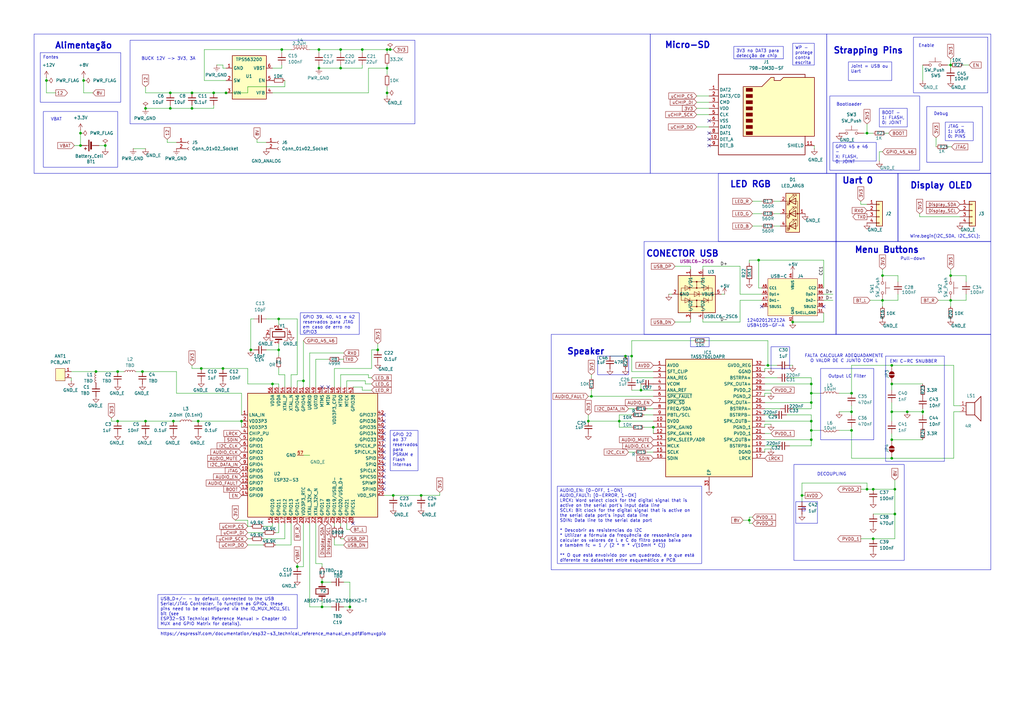
<source format=kicad_sch>
(kicad_sch (version 20231120) (generator "eeschema") (generator_version "8.0")
  (paper "A3")
  (title_block (title "Sound System - IOT") (company "UFU") (comment 1 "Prof.: Marcelo Barros") (comment 2 "Estudante: Isabella Vecchi Ferreira"))
  (junction (at 267.97 175.26))
  (junction (at 71.12 172.72))
  (junction (at 143.51 248.92))
  (junction (at 332.74 165.1))
  (junction (at 314.96 149.86))
  (junction (at 332.74 176.53))
  (junction (at 349.25 176.53))
  (junction (at 325.12 132.08))
  (junction (at 154.94 143.51))
  (junction (at 124.46 156.21))
  (junction (at 389.89 26.67))
  (junction (at 115.57 20.32))
  (junction (at 241.3 172.72))
  (junction (at 256.54 146.05))
  (junction (at 367.03 200.66))
  (junction (at 114.3 130.81))
  (junction (at 365.76 180.34))
  (junction (at 34.29 33.02))
  (junction (at 254 172.72))
  (junction (at 33.02 54.61))
  (junction (at 332.74 157.48))
  (junction (at 378.46 168.91))
  (junction (at 358.14 220.98))
  (junction (at 349.25 168.91))
  (junction (at 328.93 203.2))
  (junction (at 355.6 54.61))
  (junction (at 158.75 20.32))
  (junction (at 158.75 27.94))
  (junction (at 259.08 146.05))
  (junction (at 39.37 152.4))
  (junction (at 372.11 168.91))
  (junction (at 139.7 20.32))
  (junction (at 102.87 143.51))
  (junction (at 361.95 113.03))
  (junction (at 148.59 20.32))
  (junction (at 332.74 180.34))
  (junction (at 365.76 187.96))
  (junction (at 69.85 44.45))
  (junction (at 365.76 168.91))
  (junction (at 311.15 106.68))
  (junction (at 332.74 161.29))
  (junction (at 99.06 172.72))
  (junction (at 172.72 203.2))
  (junction (at 33.02 59.69))
  (junction (at 59.69 172.72))
  (junction (at 69.85 38.1))
  (junction (at 130.81 20.32))
  (junction (at 158.75 38.1))
  (junction (at 332.74 172.72))
  (junction (at 87.63 38.1))
  (junction (at 161.29 203.2))
  (junction (at 48.26 152.4))
  (junction (at 48.26 172.72))
  (junction (at 92.71 38.1))
  (junction (at 361.95 123.19))
  (junction (at 367.03 210.82))
  (junction (at 262.89 160.02))
  (junction (at 78.74 38.1))
  (junction (at 82.55 151.13))
  (junction (at 139.7 27.94))
  (junction (at 43.18 59.69))
  (junction (at 132.08 238.76))
  (junction (at 349.25 161.29))
  (junction (at 81.28 172.72))
  (junction (at 389.89 123.19))
  (junction (at 19.05 33.02))
  (junction (at 365.76 157.48))
  (junction (at 130.81 27.94))
  (junction (at 307.34 213.36))
  (junction (at 160.02 20.32))
  (junction (at 111.76 157.48))
  (junction (at 365.76 149.86))
  (junction (at 91.44 151.13))
  (junction (at 59.69 44.45))
  (junction (at 78.74 44.45))
  (junction (at 358.14 200.66))
  (junction (at 355.6 200.66))
  (junction (at 132.08 248.92))
  (junction (at 121.92 232.41))
  (junction (at 389.89 113.03))
  (junction (at 242.57 162.56))
  (junction (at 114.3 143.51))
  (junction (at 58.42 152.4))
  (no_connect (at 157.48 175.26))
  (no_connect (at 157.48 185.42))
  (no_connect (at 157.48 195.58))
  (no_connect (at 157.48 182.88))
  (no_connect (at 157.48 180.34))
  (no_connect (at 157.48 187.96))
  (no_connect (at 144.78 214.63))
  (no_connect (at 290.83 54.61))
  (no_connect (at 290.83 49.53))
  (no_connect (at 157.48 200.66))
  (no_connect (at 157.48 172.72))
  (no_connect (at 157.48 190.5))
  (no_connect (at 132.08 158.75))
  (no_connect (at 134.62 158.75))
  (no_connect (at 157.48 170.18))
  (no_connect (at 337.82 125.73))
  (no_connect (at 290.83 57.15))
  (no_connect (at 157.48 198.12))
  (no_connect (at 157.48 193.04))
  (no_connect (at 157.48 177.8))
  (no_connect (at 290.83 59.69))
  (no_connect (at 312.42 125.73))
  (wire (pts (xy 285.75 44.45) (xy 290.83 44.45)))
  (wire (pts (xy 113.03 223.52) (xy 119.38 223.52)))
  (wire (pts (xy 78.74 151.13) (xy 82.55 151.13)))
  (wire (pts (xy 288.29 109.22) (xy 288.29 110.49)))
  (wire (pts (xy 265.43 167.64) (xy 267.97 167.64)))
  (wire (pts (xy 114.3 130.81) (xy 114.3 133.35)))
  (wire (pts (xy 160.02 20.32) (xy 158.75 20.32)))
  (wire (pts (xy 59.69 35.56) (xy 59.69 38.1)))
  (wire (pts (xy 102.87 130.81) (xy 104.14 130.81)))
  (wire (pts (xy 151.13 154.94) (xy 152.4 154.94)))
  (wire (pts (xy 121.92 231.14) (xy 121.92 232.41)))
  (wire (pts (xy 262.89 160.02) (xy 267.97 160.02)))
  (wire (pts (xy 372.11 168.91) (xy 378.46 168.91)))
  (wire (pts (xy 101.6 218.44) (xy 107.95 218.44)))
  (wire (pts (xy 313.69 182.88) (xy 318.77 182.88)))
  (wire (pts (xy 257.81 167.64) (xy 260.35 167.64)))
  (wire (pts (xy 360.68 62.23) (xy 361.95 62.23)))
  (wire (pts (xy 137.16 158.75) (xy 137.16 151.13)))
  (wire (pts (xy 355.6 198.12) (xy 355.6 200.66)))
  (wire (pts (xy 101.6 215.9) (xy 102.87 215.9)))
  (wire (pts (xy 139.7 153.67) (xy 139.7 158.75)))
  (wire (pts (xy 116.84 153.67) (xy 114.3 153.67)))
  (wire (pts (xy 241.3 172.72) (xy 254 172.72)))
  (wire (pts (xy 337.82 118.11) (xy 337.82 106.68)))
  (wire (pts (xy 149.86 157.48) (xy 152.4 157.48)))
  (wire (pts (xy 304.8 213.36) (xy 307.34 213.36)))
  (wire (pts (xy 69.85 43.18) (xy 69.85 44.45)))
  (wire (pts (xy 337.82 132.08) (xy 325.12 132.08)))
  (wire (pts (xy 322.58 170.18) (xy 332.74 170.18)))
  (wire (pts (xy 101.6 151.13) (xy 101.6 157.48)))
  (wire (pts (xy 180.34 203.2) (xy 180.34 201.93)))
  (wire (pts (xy 132.08 231.14) (xy 132.08 232.41)))
  (wire (pts (xy 259.08 154.94) (xy 267.97 154.94)))
  (wire (pts (xy 367.03 200.66) (xy 367.03 210.82)))
  (wire (pts (xy 389.89 26.67) (xy 389.89 27.94)))
  (wire (pts (xy 151.13 153.67) (xy 151.13 154.94)))
  (wire (pts (xy 121.92 130.81) (xy 114.3 130.81)))
  (wire (pts (xy 107.95 215.9) (xy 111.76 215.9)))
  (wire (pts (xy 101.6 213.36) (xy 101.6 215.9)))
  (wire (pts (xy 130.81 26.67) (xy 130.81 27.94)))
  (wire (pts (xy 276.86 132.08) (xy 283.21 132.08)))
  (wire (pts (xy 356.87 123.19) (xy 361.95 123.19)))
  (wire (pts (xy 132.08 231.14) (xy 129.54 231.14)))
  (wire (pts (xy 242.57 153.67) (xy 242.57 154.94)))
  (wire (pts (xy 129.54 231.14) (xy 129.54 214.63)))
  (wire (pts (xy 317.5 82.55) (xy 320.04 82.55)))
  (wire (pts (xy 365.76 149.86) (xy 391.16 149.86)))
  (wire (pts (xy 127 144.78) (xy 140.97 144.78)))
  (wire (pts (xy 71.12 172.72) (xy 73.66 172.72)))
  (wire (pts (xy 59.69 172.72) (xy 71.12 172.72)))
  (wire (pts (xy 288.29 132.08) (xy 303.53 132.08)))
  (wire (pts (xy 307.34 212.09) (xy 308.61 212.09)))
  (wire (pts (xy 365.76 168.91) (xy 372.11 168.91)))
  (wire (pts (xy 29.21 152.4) (xy 39.37 152.4)))
  (wire (pts (xy 354.33 54.61) (xy 355.6 54.61)))
  (wire (pts (xy 55.88 152.4) (xy 58.42 152.4)))
  (wire (pts (xy 365.76 168.91) (xy 365.76 172.72)))
  (wire (pts (xy 111.76 215.9) (xy 111.76 214.63)))
  (wire (pts (xy 313.69 175.26) (xy 313.69 173.99)))
  (wire (pts (xy 313.69 170.18) (xy 317.5 170.18)))
  (wire (pts (xy 151.13 27.94) (xy 158.75 27.94)))
  (wire (pts (xy 48.26 172.72) (xy 59.69 172.72)))
  (wire (pts (xy 358.14 220.98) (xy 367.03 220.98)))
  (wire (pts (xy 349.25 161.29) (xy 349.25 149.86)))
  (wire (pts (xy 332.74 157.48) (xy 332.74 154.94)))
  (wire (pts (xy 158.75 39.37) (xy 158.75 38.1)))
  (wire (pts (xy 135.89 248.92) (xy 132.08 248.92)))
  (wire (pts (xy 267.97 177.8) (xy 267.97 175.26)))
  (wire (pts (xy 285.75 52.07) (xy 290.83 52.07)))
  (wire (pts (xy 43.18 59.69) (xy 43.18 60.96)))
  (wire (pts (xy 361.95 113.03) (xy 368.3 113.03)))
  (wire (pts (xy 129.54 147.32) (xy 134.62 147.32)))
  (wire (pts (xy 114.3 157.48) (xy 111.76 157.48)))
  (wire (pts (xy 34.29 38.1) (xy 38.1 38.1)))
  (wire (pts (xy 396.24 123.19) (xy 396.24 120.65)))
  (wire (pts (xy 313.69 154.94) (xy 318.77 154.94)))
  (wire (pts (xy 101.6 223.52) (xy 107.95 223.52)))
  (wire (pts (xy 109.22 130.81) (xy 114.3 130.81)))
  (wire (pts (xy 109.22 143.51) (xy 114.3 143.51)))
  (wire (pts (xy 328.93 203.2) (xy 328.93 205.74)))
  (wire (pts (xy 389.89 110.49) (xy 389.89 113.03)))
  (wire (pts (xy 262.89 157.48) (xy 262.89 160.02)))
  (wire (pts (xy 328.93 203.2) (xy 328.93 198.12)))
  (wire (pts (xy 330.2 203.2) (xy 328.93 203.2)))
  (wire (pts (xy 127 214.63) (xy 127 248.92)))
  (wire (pts (xy 119.38 158.75) (xy 119.38 153.67)))
  (wire (pts (xy 378.46 168.91) (xy 378.46 167.64)))
  (wire (pts (xy 116.84 220.98) (xy 116.84 214.63)))
  (wire (pts (xy 285.75 46.99) (xy 290.83 46.99)))
  (wire (pts (xy 325.12 167.64) (xy 332.74 167.64)))
  (wire (pts (xy 91.44 26.67) (xy 91.44 27.94)))
  (wire (pts (xy 99.06 161.29) (xy 72.39 161.29)))
  (wire (pts (xy 303.53 120.65) (xy 312.42 120.65)))
  (wire (pts (xy 54.61 60.96) (xy 59.69 60.96)))
  (wire (pts (xy 99.06 170.18) (xy 99.06 161.29)))
  (wire (pts (xy 30.48 59.69) (xy 33.02 59.69)))
  (wire (pts (xy 40.64 59.69) (xy 43.18 59.69)))
  (wire (pts (xy 364.49 54.61) (xy 363.22 54.61)))
  (wire (pts (xy 332.74 172.72) (xy 332.74 176.53)))
  (wire (pts (xy 148.59 26.67) (xy 148.59 27.94)))
  (wire (pts (xy 142.24 217.17) (xy 142.24 214.63)))
  (wire (pts (xy 361.95 123.19) (xy 368.3 123.19)))
  (wire (pts (xy 148.59 158.75) (xy 148.59 160.02)))
  (wire (pts (xy 378.46 170.18) (xy 378.46 168.91)))
  (wire (pts (xy 358.14 200.66) (xy 367.03 200.66)))
  (wire (pts (xy 149.86 156.21) (xy 149.86 157.48)))
  (wire (pts (xy 314.96 139.7) (xy 314.96 149.86)))
  (wire (pts (xy 148.59 27.94) (xy 139.7 27.94)))
  (wire (pts (xy 332.74 172.72) (xy 332.74 170.18)))
  (wire (pts (xy 114.3 143.51) (xy 114.3 140.97)))
  (wire (pts (xy 99.06 172.72) (xy 99.06 175.26)))
  (wire (pts (xy 394.97 26.67) (xy 397.51 26.67)))
  (wire (pts (xy 323.85 149.86) (xy 325.12 149.86)))
  (wire (pts (xy 241.3 170.18) (xy 241.3 172.72)))
  (wire (pts (xy 127 186.69) (xy 124.46 186.69)))
  (wire (pts (xy 349.25 175.26) (xy 349.25 176.53)))
  (wire (pts (xy 259.08 160.02) (xy 262.89 160.02)))
  (wire (pts (xy 96.52 213.36) (xy 101.6 213.36)))
  (wire (pts (xy 267.97 152.4) (xy 259.08 152.4)))
  (wire (pts (xy 69.85 44.45) (xy 78.74 44.45)))
  (wire (pts (xy 87.63 38.1) (xy 92.71 38.1)))
  (wire (pts (xy 313.69 172.72) (xy 332.74 172.72)))
  (wire (pts (xy 34.29 31.75) (xy 34.29 33.02)))
  (wire (pts (xy 365.76 157.48) (xy 378.46 157.48)))
  (wire (pts (xy 34.29 33.02) (xy 34.29 38.1)))
  (wire (pts (xy 87.63 43.18) (xy 87.63 44.45)))
  (wire (pts (xy 257.81 185.42) (xy 260.35 185.42)))
  (wire (pts (xy 33.02 54.61) (xy 33.02 59.69)))
  (wire (pts (xy 283.21 110.49) (xy 283.21 109.22)))
  (wire (pts (xy 332.74 176.53) (xy 332.74 180.34)))
  (wire (pts (xy 307.34 106.68) (xy 307.34 107.95)))
  (wire (pts (xy 114.3 158.75) (xy 114.3 157.48)))
  (wire (pts (xy 289.56 139.7) (xy 314.96 139.7)))
  (wire (pts (xy 313.69 161.29) (xy 316.23 161.29)))
  (wire (pts (xy 19.05 31.75) (xy 19.05 33.02)))
  (wire (pts (xy 143.51 217.17) (xy 142.24 217.17)))
  (wire (pts (xy 389.89 125.73) (xy 389.89 123.19)))
  (wire (pts (xy 344.17 168.91) (xy 349.25 168.91)))
  (wire (pts (xy 143.51 238.76) (xy 140.97 238.76)))
  (wire (pts (xy 316.23 177.8) (xy 313.69 177.8)))
  (wire (pts (xy 127 248.92) (xy 132.08 248.92)))
  (wire (pts (xy 317.5 92.71) (xy 320.04 92.71)))
  (wire (pts (xy 116.84 35.56) (xy 101.6 35.56)))
  (wire (pts (xy 313.69 149.86) (xy 314.96 149.86)))
  (wire (pts (xy 384.81 123.19) (xy 389.89 123.19)))
  (wire (pts (xy 152.4 151.13) (xy 152.4 143.51)))
  (wire (pts (xy 142.24 156.21) (xy 142.24 158.75)))
  (wire (pts (xy 311.15 106.68) (xy 337.82 106.68)))
  (wire (pts (xy 33.02 54.61) (xy 33.02 53.34)))
  (wire (pts (xy 391.16 149.86) (xy 391.16 166.37)))
  (wire (pts (xy 115.57 21.59) (xy 115.57 20.32)))
  (wire (pts (xy 285.75 39.37) (xy 290.83 39.37)))
  (wire (pts (xy 323.85 182.88) (xy 332.74 182.88)))
  (wire (pts (xy 367.03 210.82) (xy 367.03 220.98)))
  (wire (pts (xy 308.61 214.63) (xy 307.34 214.63)))
  (wire (pts (xy 148.59 20.32) (xy 158.75 20.32)))
  (wire (pts (xy 307.34 213.36) (xy 307.34 212.09)))
  (wire (pts (xy 115.57 26.67) (xy 115.57 27.94)))
  (wire (pts (xy 107.95 220.98) (xy 116.84 220.98)))
  (wire (pts (xy 378.46 26.67) (xy 378.46 33.02)))
  (wire (pts (xy 355.6 50.8) (xy 355.6 54.61)))
  (wire (pts (xy 158.75 26.67) (xy 158.75 27.94)))
  (wire (pts (xy 92.71 38.1) (xy 101.6 38.1)))
  (wire (pts (xy 91.44 151.13) (xy 101.6 151.13)))
  (wire (pts (xy 393.7 168.91) (xy 391.16 168.91)))
  (wire (pts (xy 148.59 160.02) (xy 152.4 160.02)))
  (wire (pts (xy 151.13 38.1) (xy 151.13 27.94)))
  (wire (pts (xy 367.03 196.85) (xy 367.03 200.66)))
  (wire (pts (xy 311.15 118.11) (xy 312.42 118.11)))
  (wire (pts (xy 259.08 139.7) (xy 284.48 139.7)))
  (wire (pts (xy 285.75 41.91) (xy 290.83 41.91)))
  (wire (pts (xy 161.29 203.2) (xy 172.72 203.2)))
  (wire (pts (xy 139.7 27.94) (xy 130.81 27.94)))
  (wire (pts (xy 129.54 147.32) (xy 129.54 158.75)))
  (wire (pts (xy 78.74 38.1) (xy 87.63 38.1)))
  (wire (pts (xy 383.913 60.2307) (xy 383.913 56.4207)))
  (wire (pts (xy 297.18 120.65) (xy 295.91 120.65)))
  (wire (pts (xy 288.29 109.22) (xy 303.53 109.22)))
  (wire (pts (xy 68.58 58.42) (xy 72.39 58.42)))
  (wire (pts (xy 311.15 106.68) (xy 311.15 118.11)))
  (wire (pts (xy 144.78 158.75) (xy 148.59 158.75)))
  (wire (pts (xy 313.69 173.99) (xy 316.23 173.99)))
  (wire (pts (xy 91.44 27.94) (xy 92.71 27.94)))
  (wire (pts (xy 45.72 172.72) (xy 48.26 172.72)))
  (wire (pts (xy 105.41 57.15) (xy 105.41 58.42)))
  (wire (pts (xy 83.82 33.02) (xy 83.82 20.32)))
  (wire (pts (xy 332.74 176.53) (xy 336.55 176.53)))
  (wire (pts (xy 119.38 153.67) (xy 121.92 153.67)))
  (wire (pts (xy 358.14 210.82) (xy 367.03 210.82)))
  (wire (pts (xy 365.76 180.34) (xy 378.46 180.34)))
  (wire (pts (xy 334.01 60.96) (xy 334.01 59.69)))
  (wire (pts (xy 332.74 180.34) (xy 332.74 182.88)))
  (wire (pts (xy 396.24 113.03) (xy 396.24 115.57)))
  (wire (pts (xy 68.58 57.15) (xy 68.58 58.42)))
  (wire (pts (xy 115.57 20.32) (xy 119.38 20.32)))
  (wire (pts (xy 137.16 223.52) (xy 137.16 220.98)))
  (wire (pts (xy 88.9 26.67) (xy 91.44 26.67)))
  (wire (pts (xy 313.69 185.42) (xy 313.69 184.15)))
  (wire (pts (xy 158.75 27.94) (xy 158.75 30.48)))
  (wire (pts (xy 101.6 157.48) (xy 111.76 157.48)))
  (wire (pts (xy 58.42 152.4) (xy 72.39 152.4)))
  (wire (pts (xy 303.53 123.19) (xy 303.53 132.08)))
  (wire (pts (xy 389.89 113.03) (xy 396.24 113.03)))
  (wire (pts (xy 389.89 24.13) (xy 389.89 26.67)))
  (wire (pts (xy 127 158.75) (xy 127 144.78)))
  (wire (pts (xy 114.3 153.67) (xy 114.3 151.13)))
  (wire (pts (xy 102.87 143.51) (xy 104.14 143.51)))
  (wire (pts (xy 316.23 160.02) (xy 313.69 160.02)))
  (wire (pts (xy 161.29 20.32) (xy 160.02 20.32)))
  (wire (pts (xy 121.92 153.67) (xy 121.92 130.81)))
  (wire (pts (xy 116.84 158.75) (xy 116.84 153.67)))
  (wire (pts (xy 353.06 82.55) (xy 353.06 83.82)))
  (wire (pts (xy 313.69 151.13) (xy 316.23 151.13)))
  (wire (pts (xy 143.51 248.92) (xy 140.97 248.92)))
  (wire (pts (xy 83.82 20.32) (xy 115.57 20.32)))
  (wire (pts (xy 332.74 165.1) (xy 332.74 167.64)))
  (wire (pts (xy 19.05 33.02) (xy 19.05 38.1)))
  (wire (pts (xy 349.25 168.91) (xy 349.25 170.18)))
  (wire (pts (xy 368.3 123.19) (xy 368.3 120.65)))
  (wire (pts (xy 114.3 143.51) (xy 114.3 146.05)))
  (wire (pts (xy 377.19 88.9) (xy 393.7 88.9)))
  (wire (pts (xy 132.08 248.92) (xy 132.08 246.38)))
  (wire (pts (xy 241.3 162.56) (xy 242.57 162.56)))
  (wire (pts (xy 102.87 130.81) (xy 102.87 143.51)))
  (wire (pts (xy 288.29 132.08) (xy 288.29 130.81)))
  (wire (pts (xy 124.46 139.7) (xy 124.46 156.21)))
  (wire (pts (xy 283.21 132.08) (xy 283.21 130.81)))
  (wire (pts (xy 349.25 149.86) (xy 365.76 149.86)))
  (wire (pts (xy 29.21 154.94) (xy 29.21 156.21)))
  (wire (pts (xy 157.48 203.2) (xy 161.29 203.2)))
  (wire (pts (xy 256.54 146.05) (xy 259.08 146.05)))
  (wire (pts (xy 140.97 220.98) (xy 139.7 220.98)))
  (wire (pts (xy 259.08 170.18) (xy 254 170.18)))
  (wire (pts (xy 82.55 151.13) (xy 91.44 151.13)))
  (wire (pts (xy 130.81 20.32) (xy 130.81 21.59)))
  (wire (pts (xy 344.17 161.29) (xy 349.25 161.29)))
  (wire (pts (xy 308.61 92.71) (xy 312.42 92.71)))
  (wire (pts (xy 349.25 168.91) (xy 349.25 166.37)))
  (wire (pts (xy 344.17 176.53) (xy 349.25 176.53)))
  (wire (pts (xy 45.72 171.45) (xy 45.72 172.72)))
  (wire (pts (xy 121.92 232.41) (xy 124.46 232.41)))
  (wire (pts (xy 275.59 120.65) (xy 274.32 120.65)))
  (wire (pts (xy 254 172.72) (xy 267.97 172.72)))
  (wire (pts (xy 388.993 60.2307) (xy 390.263 60.2307)))
  (wire (pts (xy 39.37 152.4) (xy 48.26 152.4)))
  (wire (pts (xy 116.84 33.02) (xy 116.84 35.56)))
  (wire (pts (xy 313.69 162.56) (xy 313.69 161.29)))
  (wire (pts (xy 264.16 175.26) (xy 267.97 175.26)))
  (wire (pts (xy 377.19 87.63) (xy 377.19 88.9)))
  (wire (pts (xy 393.7 166.37) (xy 391.16 166.37)))
  (wire (pts (xy 303.53 109.22) (xy 303.53 120.65)))
  (wire (pts (xy 139.7 153.67) (xy 151.13 153.67)))
  (wire (pts (xy 59.69 38.1) (xy 69.85 38.1)))
  (wire (pts (xy 365.76 157.48) (xy 365.76 160.02)))
  (wire (pts (xy 114.3 218.44) (xy 114.3 214.63)))
  (wire (pts (xy 332.74 154.94) (xy 323.85 154.94)))
  (wire (pts (xy 139.7 20.32) (xy 148.59 20.32)))
  (wire (pts (xy 365.76 165.1) (xy 365.76 168.91)))
  (wire (pts (xy 361.95 110.49) (xy 361.95 113.03)))
  (wire (pts (xy 337.82 123.19) (xy 341.63 123.19)))
  (wire (pts (xy 101.6 35.56) (xy 101.6 38.1)))
  (wire (pts (xy 152.4 143.51) (xy 154.94 143.51)))
  (wire (pts (xy 50.8 152.4) (xy 48.26 152.4)))
  (wire (pts (xy 313.69 165.1) (xy 332.74 165.1)))
  (wire (pts (xy 355.6 200.66) (xy 358.14 200.66)))
  (wire (pts (xy 242.57 160.02) (xy 242.57 162.56)))
  (wire (pts (xy 349.25 187.96) (xy 365.76 187.96)))
  (wire (pts (xy 105.41 58.42) (xy 109.22 58.42)))
  (wire (pts (xy 254 170.18) (xy 254 172.72)))
  (wire (pts (xy 135.89 238.76) (xy 132.08 238.76)))
  (wire (pts (xy 303.53 123.19) (xy 312.42 123.19)))
  (wire (pts (xy 139.7 215.9) (xy 139.7 214.63)))
  (wire (pts (xy 265.43 185.42) (xy 267.97 185.42)))
  (wire (pts (xy 353.06 83.82) (xy 355.6 83.82)))
  (wire (pts (xy 313.69 157.48) (xy 332.74 157.48)))
  (wire (pts (xy 332.74 161.29) (xy 336.55 161.29)))
  (wire (pts (xy 154.94 140.97) (xy 154.94 143.51)))
  (wire (pts (xy 332.74 157.48) (xy 332.74 161.29)))
  (wire (pts (xy 137.16 215.9) (xy 137.16 214.63)))
  (wire (pts (xy 389.89 123.19) (xy 396.24 123.19)))
  (wire (pts (xy 365.76 187.96) (xy 391.16 187.96)))
  (wire (pts (xy 113.03 218.44) (xy 114.3 218.44)))
  (wire (pts (xy 308.61 87.63) (xy 312.42 87.63)))
  (wire (pts (xy 337.82 120.65) (xy 341.63 120.65)))
  (wire (pts (xy 276.86 109.22) (xy 283.21 109.22)))
  (wire (pts (xy 313.69 184.15) (xy 316.23 184.15)))
  (wire (pts (xy 69.85 38.1) (xy 78.74 38.1)))
  (wire (pts (xy 332.74 161.29) (xy 332.74 165.1)))
  (wire (pts (xy 313.69 167.64) (xy 320.04 167.64)))
  (wire (pts (xy 314.96 149.86) (xy 318.77 149.86)))
  (wire (pts (xy 124.46 214.63) (xy 124.46 232.41)))
  (wire (pts (xy 337.82 128.27) (xy 337.82 132.08)))
  (wire (pts (xy 328.93 198.12) (xy 355.6 198.12)))
  (wire (pts (xy 361.95 125.73) (xy 361.95 123.19)))
  (wire (pts (xy 254 175.26) (xy 254 172.72)))
  (wire (pts (xy 353.06 220.98) (xy 358.14 220.98)))
  (wire (pts (xy 143.51 248.92) (xy 143.51 238.76)))
  (wire (pts (xy 250.19 146.05) (xy 256.54 146.05)))
  (wire (pts (xy 139.7 26.67) (xy 139.7 27.94)))
  (wire (pts (xy 111.76 27.94) (xy 115.57 27.94)))
  (wire (pts (xy 137.16 223.52) (xy 140.97 223.52)))
  (wire (pts (xy 308.61 82.55) (xy 312.42 82.55)))
  (wire (pts (xy 259.08 175.26) (xy 254 175.26)))
  (wire (pts (xy 137.16 151.13) (xy 152.4 151.13)))
  (wire (pts (xy 259.08 146.05) (xy 259.08 139.7)))
  (wire (pts (xy 92.71 33.02) (xy 83.82 33.02)))
  (wire (pts (xy 119.38 223.52) (xy 119.38 214.63)))
  (wire (pts (xy 127 20.32) (xy 130.81 20.32)))
  (wire (pts (xy 148.59 21.59) (xy 148.59 20.32)))
  (wire (pts (xy 307.34 214.63) (xy 307.34 213.36)))
  (wire (pts (xy 101.6 220.98) (xy 102.87 220.98)))
  (wire (pts (xy 360.68 66.04) (xy 360.68 62.23)))
  (wire (pts (xy 111.76 157.48) (xy 111.76 158.75)))
  (wire (pts (xy 78.74 172.72) (xy 81.28 172.72)))
  (wire (pts (xy 313.69 152.4) (xy 313.69 151.13)))
  (wire (pts (xy 59.69 44.45) (xy 69.85 44.45)))
  (wire (pts (xy 307.34 106.68) (xy 311.15 106.68)))
  (wire (pts (xy 242.57 162.56) (xy 267.97 162.56)))
  (wire (pts (xy 19.05 38.1) (xy 22.86 38.1)))
  (wire (pts (xy 355.6 54.61) (xy 358.14 54.61)))
  (wire (pts (xy 124.46 156.21) (xy 121.92 156.21)))
  (wire (pts (xy 264.16 170.18) (xy 267.97 170.18)))
  (wire (pts (xy 78.74 149.86) (xy 78.74 151.13)))
  (wire (pts (xy 368.3 113.03) (xy 368.3 115.57)))
  (wire (pts (xy 158.75 38.1) (xy 158.75 35.56)))
  (wire (pts (xy 388.62 26.67) (xy 389.89 26.67)))
  (wire (pts (xy 87.63 44.45) (xy 78.74 44.45)))
  (wire (pts (xy 172.72 203.2) (xy 180.34 203.2)))
  (wire (pts (xy 365.76 177.8) (xy 365.76 180.34)))
  (wire (pts (xy 139.7 147.32) (xy 140.97 147.32)))
  (wire (pts (xy 139.7 21.59) (xy 139.7 20.32)))
  (wire (pts (xy 121.92 156.21) (xy 121.92 158.75)))
  (wire (pts (xy 81.28 172.72) (xy 99.06 172.72)))
  (wire (pts (xy 317.5 87.63) (xy 320.04 87.63)))
  (wire (pts (xy 259.08 152.4) (xy 259.08 146.05)))
  (wire (pts (xy 124.46 156.21) (xy 124.46 158.75)))
  (wire (pts (xy 391.16 168.91) (xy 391.16 187.96)))
  (wire (pts (xy 349.25 187.96) (xy 349.25 176.53)))
  (wire (pts (xy 353.06 200.66) (xy 355.6 200.66)))
  (wire (pts (xy 72.39 161.29) (xy 72.39 152.4)))
  (wire (pts (xy 132.08 237.49) (xy 132.08 238.76)))
  (wire (pts (xy 158.75 21.59) (xy 158.75 20.32)))
  (wire (pts (xy 78.74 43.18) (xy 78.74 44.45)))
  (wire (pts (xy 313.69 180.34) (xy 332.74 180.34)))
  (wire (pts (xy 130.81 20.32) (xy 139.7 20.32)))
  (wire (pts (xy 111.76 38.1) (xy 151.13 38.1)))
  (wire (pts (xy 142.24 156.21) (xy 149.86 156.21)))
  (rectangle (start 316.23 142.24) (end 323.85 151.13))
  (rectangle (start 368.3 71.12) (end 406.4 99.06))
  (rectangle (start 340.36 39.37) (end 377.19 69.85))
  (rectangle (start 266.7 13.97) (end 339.09 71.12))
  (rectangle (start 328.93 208.28) (end 330.2 209.55))
  (rectangle (start 326.39 205.74) (end 335.28 214.63))
  (rectangle (start 342.9 99.06) (end 406.4 137.16))
  (rectangle (start 363.22 146.05) (end 387.35 189.23))
  (rectangle (start 294.64 71.12) (end 342.9 99.06))
  (rectangle (start 374.65 15.24) (end 405.13 38.1))
  (rectangle (start 342.9 71.12) (end 368.3 99.06))
  (rectangle (start 336.55 151.13) (end 358.394 180.34))
  (rectangle (start 380.103 43.7207) (end 402.963 66.5807))
  (rectangle (start 53.34 16.51) (end 170.18 50.8))
  (rectangle (start 17.78 45.72) (end 48.26 68.58))
  (rectangle (start 13.97 13.97) (end 266.7 71.12))
  (rectangle (start 339.09 13.97) (end 406.4 71.12))
  (rectangle (start 264.16 99.06) (end 342.9 137.16))
  (rectangle (start 283.21 138.43) (end 290.83 142.24))
  (rectangle (start 16.51 21.59) (end 49.53 41.91))
  (rectangle (start 245.11 146.05) (end 257.81 153.67))
  (rectangle (start 325.628 190.5) (end 370.84 229.87))
  (rectangle (start 226.06 137.16) (end 406.4 233.68))
  (text_box "WP - protege contra escrita\n" (at 325.12 17.78 0) (size 8.89 8.89) (effects (font (size 1.27 1.27)) (justify left top)))
  (text_box "Joint = USB ou Uart" (at 347.98 25.4 0) (size 17.78 7.62) (effects (font (size 1.27 1.27)) (justify left top)))
  (text_box "GPIO 39, 40, 41 e 42\nreservados para JTAG\nem caso de erro no\nGPIO3" (at 123.19 128.27 0) (size 24.13 8.89) (effects (font (size 1.27 1.27)) (justify left top)))
  (text_box "USB_D+/- - by default, connected to the USB Serial/JTAG Controller. To function as GPIOs, these\npins need to be reconfigured via the IO_MUX_MCU_SEL bit (see\nESP32-S3 Technical Reference Manual > Chapter IO MUX and GPIO Matrix for details).\n\nhttps://espressif.com/documentation/esp32-s3_technical_reference_manual_en.pdf#iomuxgpio" (at 64.77 243.84 0) (size 57.15 13.97) (effects (font (size 1.27 1.27)) (justify left top)))
  (text_box "AUDIO_EN: [0-OFF, 1-ON]\nAUDIO_FAULT: [0-ERROR, 1-OK]\nLRCK: Word select clock for the digital signal that is active on the serial port's input data line\nSCLK: Bit clock for the digital signal that is active on the serial data port's input data line\nSDIN: Data line to the serial data port\n\n* Descobrir as resistencias do I2C\n* Utilizar a fórmula da frequência de ressonância para calcular os valores de L e C do filtro passa baixa\ne também fc = 1 / (2 * π * √(10mH * C))\n\n** O que está envolvido por um quadrado, é o que está diferente no datasheet entre esquemático e PCB" (at 228.6 199.39 0) (size 59.182 31.75) (effects (font (size 1.27 1.27)) (justify left top)))
  (text_box "JTAG - 1: USB, 0: PINS\n" (at 387.723 50.0707 0) (size 11.43 7.62) (effects (font (size 1.27 1.27)) (justify left top)))
  (text_box "GPIO 45 e 46 -\nX: FLASH,\n0: JOINT\n" (at 341.63 58.42 0) (size 17.78 7.62) (effects (font (size 1.27 1.27)) (justify left top)))
  (text_box "BOOT - 1: FLASH, 0: JOINT\n" (at 360.68 44.45 0) (size 11.43 7.62) (effects (font (size 1.27 1.27)) (justify left top)))
  (text_box "GPIO 22 ao 37\nreservados para PSRAM e Flash internas" (at 160.02 176.53 0) (size 11.43 16.51) (effects (font (size 1.27 1.27)) (justify left top)))
  (text_box "3V3 no DAT3 para detecção de chip" (at 300.99 19.05 0) (size 20.32 5.08) (effects (font (size 1.27 1.27)) (justify left top)))
  (text "Micro-SD" (at 272.542 20.066 0) (effects (font (size 2.54 2.54) (thickness 0.508) (bold yes)) (justify left bottom)))
  (text "LED RGB" (at 307.848 75.692 0) (effects (font (size 2.54 2.54) (thickness 0.508) (bold yes))))
  (text "EMI C-RC SNUBBER" (at 374.65 148.336 0) (effects (font (size 1.27 1.27))))
  (text "Display OLED" (at 386.08 76.2 0) (effects (font (size 2.54 2.54) (thickness 0.508) (bold yes))))
  (text "Wire.begin(I2C_SDA, I2C_SCL);" (at 387.604 97.028 0) (effects (font (size 1.27 1.27))))
  (text "Enable" (at 379.984 18.796 0) (effects (font (size 1.27 1.27))))
  (text "Menu Buttons" (at 363.728 102.616 0) (effects (font (size 2.54 2.54) (thickness 0.508) (bold yes))))
  (text "FALTA CALCULAR ADEQUADAMENTE\nO VALOR DE C JUNTO COM L\n" (at 346.202 147.066 0) (effects (font (size 1.27 1.27))))
  (text "Bootloader" (at 348.234 42.926 0) (effects (font (size 1.27 1.27))))
  (text "CONECTOR USB\n" (at 279.908 104.14 0) (effects (font (size 2.54 2.54) (thickness 0.508) (bold yes))))
  (text "VBAT" (at 23.114 49.022 0) (effects (font (size 1.27 1.27))))
  (text "DECOUPLING" (at 341.122 194.564 0) (effects (font (size 1.27 1.27))))
  (text "Pull-down" (at 374.396 106.172 0) (effects (font (size 1.27 1.27))))
  (text "BUCK 12V -> 3V3, 3A" (at 69.088 24.13 0) (effects (font (size 1.27 1.27))))
  (text "Speaker" (at 240.284 144.272 0) (effects (font (size 2.54 2.54) (thickness 0.508) (bold yes))))
  (text "12402012E212A\nUSB4105-GF-A" (at 306.324 134.366 0) (effects (font (size 1.27 1.27)) (justify left bottom)))
  (text "Strapping Pins" (at 356.108 20.828 0) (effects (font (size 2.54 2.54) (thickness 0.508) (bold yes))))
  (text "Alimentação" (at 34.29 18.796 0) (effects (font (size 2.54 2.54) (thickness 0.508) (bold yes))))
  (text "Debug" (at 385.945 46.7687 0) (effects (font (size 1.27 1.27))))
  (text "Uart 0" (at 351.79 74.168 0) (effects (font (size 2.54 2.54) (thickness 0.508) (bold yes))))
  (text "Output LC Filter" (at 347.472 154.432 0) (effects (font (size 1.27 1.27))))
  (text "Fontes" (at 20.828 23.622 0) (effects (font (size 1.27 1.27))))
  (label "D-" (at 341.63 123.19 180))
  (label "D-" (at 298.45 132.08 180))
  (label "D+" (at 341.63 120.65 180))
  (label "CC1" (at 337.82 113.03 90))
  (label "D+" (at 298.45 109.22 180))
  (global_label "LED_B" (shape input) (at 308.61 92.71 180) (property "Intersheetrefs" "${INTERSHEET_REFS}" (effects (hide yes))))
  (global_label "3V3" (shape input) (at 45.72 171.45 90) (property "Intersheetrefs" "${INTERSHEET_REFS}" (effects (hide yes))))
  (global_label "AUDIO_MUTE" (shape input) (at 267.97 180.34 180) (property "Intersheetrefs" "${INTERSHEET_REFS}" (effects (hide yes))))
  (global_label "3V3" (shape input) (at 285.75 44.45 180) (property "Intersheetrefs" "${INTERSHEET_REFS}" (effects (hide yes))))
  (global_label "LRCK" (shape input) (at 99.06 177.8 180) (property "Intersheetrefs" "${INTERSHEET_REFS}" (effects (hide yes))))
  (global_label "Display_SCL" (shape input) (at 393.7 86.36 180) (property "Intersheetrefs" "${INTERSHEET_REFS}" (effects (hide yes))))
  (global_label "SDIN" (shape input) (at 99.06 180.34 180) (property "Intersheetrefs" "${INTERSHEET_REFS}" (effects (hide yes))))
  (global_label "LED_R" (shape input) (at 152.4 160.02 0) (property "Intersheetrefs" "${INTERSHEET_REFS}" (effects (hide yes))))
  (global_label "GPIO_45_46" (shape input) (at 361.95 62.23 0) (property "Intersheetrefs" "${INTERSHEET_REFS}" (effects (hide yes))))
  (global_label "GPIO_45_46" (shape input) (at 124.46 139.7 0) (property "Intersheetrefs" "${INTERSHEET_REFS}" (effects (hide yes))))
  (global_label "BOOT" (shape input) (at 364.49 54.61 0) (property "Intersheetrefs" "${INTERSHEET_REFS}" (effects (hide yes))))
  (global_label "3V3" (shape input) (at 241.3 170.18 90) (property "Intersheetrefs" "${INTERSHEET_REFS}" (effects (hide yes))))
  (global_label "3V3" (shape input) (at 242.57 153.67 90) (property "Intersheetrefs" "${INTERSHEET_REFS}" (effects (hide yes))))
  (global_label "Display_SCL" (shape input) (at 134.62 214.63 270) (property "Intersheetrefs" "${INTERSHEET_REFS}" (effects (hide yes))))
  (global_label "AUDIO_EN" (shape input) (at 267.97 165.1 180) (property "Intersheetrefs" "${INTERSHEET_REFS}" (effects (hide yes))))
  (global_label "uCHIP_DI" (shape input) (at 285.75 41.91 180) (property "Intersheetrefs" "${INTERSHEET_REFS}" (effects (hide yes))))
  (global_label "uCHIP_DI" (shape input) (at 101.6 218.44 180) (property "Intersheetrefs" "${INTERSHEET_REFS}" (effects (hide yes))))
  (global_label "BT_R" (shape input) (at 384.81 123.19 180) (property "Intersheetrefs" "${INTERSHEET_REFS}" (effects (hide yes))))
  (global_label "PVDD_2" (shape input) (at 308.61 214.63 0) (property "Intersheetrefs" "${INTERSHEET_REFS}" (effects (hide yes))))
  (global_label "Display_SDA" (shape input) (at 393.7 83.82 180) (property "Intersheetrefs" "${INTERSHEET_REFS}" (effects (hide yes))))
  (global_label "RX0" (shape input) (at 355.6 86.36 180) (property "Intersheetrefs" "${INTERSHEET_REFS}" (effects (hide yes))))
  (global_label "I2C_CLK" (shape input) (at 99.06 182.88 180) (property "Intersheetrefs" "${INTERSHEET_REFS}" (effects (hide yes))))
  (global_label "Display_SDA" (shape input) (at 132.08 214.63 270) (property "Intersheetrefs" "${INTERSHEET_REFS}" (effects (hide yes))))
  (global_label "uCHIP_SCK" (shape input) (at 285.75 46.99 180) (property "Intersheetrefs" "${INTERSHEET_REFS}" (effects (hide yes))))
  (global_label "SDIN" (shape input) (at 267.97 187.96 180) (property "Intersheetrefs" "${INTERSHEET_REFS}" (effects (hide yes))))
  (global_label "PVDD_1" (shape output) (at 353.06 220.98 180) (property "Intersheetrefs" "${INTERSHEET_REFS}" (effects (hide yes))))
  (global_label "8V" (shape input) (at 38.1 38.1 0) (property "Intersheetrefs" "${INTERSHEET_REFS}" (effects (hide yes))))
  (global_label "I2C_DATA_IN" (shape input) (at 257.81 167.64 180) (property "Intersheetrefs" "${INTERSHEET_REFS}" (effects (hide yes))))
  (global_label "uCHIP_DO" (shape input) (at 285.75 52.07 180) (property "Intersheetrefs" "${INTERSHEET_REFS}" (effects (hide yes))))
  (global_label "I2C_CLK" (shape input) (at 257.81 185.42 180) (property "Intersheetrefs" "${INTERSHEET_REFS}" (effects (hide yes))))
  (global_label "JTAG" (shape input) (at 390.263 60.2307 0) (property "Intersheetrefs" "${INTERSHEET_REFS}" (effects (hide yes))))
  (global_label "I2C_DATA_IN" (shape input) (at 99.06 190.5 180) (property "Intersheetrefs" "${INTERSHEET_REFS}" (effects (hide yes))))
  (global_label "AUDIO_CLK" (shape input) (at 99.06 185.42 180) (property "Intersheetrefs" "${INTERSHEET_REFS}" (effects (hide yes))))
  (global_label "BOOT" (shape input) (at 99.06 200.66 180) (property "Intersheetrefs" "${INTERSHEET_REFS}" (effects (hide yes))))
  (global_label "BT_L" (shape input) (at 143.51 217.17 0) (property "Intersheetrefs" "${INTERSHEET_REFS}" (effects (hide yes))))
  (global_label "3V3" (shape input) (at 353.06 82.55 90) (property "Intersheetrefs" "${INTERSHEET_REFS}" (effects (hide yes))))
  (global_label "LED_G" (shape input) (at 308.61 87.63 180) (property "Intersheetrefs" "${INTERSHEET_REFS}" (effects (hide yes))))
  (global_label "TX0" (shape output) (at 140.97 147.32 0) (property "Intersheetrefs" "${INTERSHEET_REFS}" (effects (hide yes))))
  (global_label "AUDIO_EN" (shape input) (at 99.06 195.58 180) (property "Intersheetrefs" "${INTERSHEET_REFS}" (effects (hide yes))))
  (global_label "AUDIO_CLK" (shape input) (at 267.97 182.88 180) (property "Intersheetrefs" "${INTERSHEET_REFS}" (effects (hide yes))))
  (global_label "PVDD_2" (shape input) (at 316.23 160.02 0) (property "Intersheetrefs" "${INTERSHEET_REFS}" (effects (hide yes))))
  (global_label "LED_G" (shape input) (at 152.4 157.48 0) (property "Intersheetrefs" "${INTERSHEET_REFS}" (effects (hide yes))))
  (global_label "BT_R" (shape input) (at 121.92 214.63 270) (property "Intersheetrefs" "${INTERSHEET_REFS}" (effects (hide yes))))
  (global_label "EN" (shape input) (at 99.06 203.2 180) (property "Intersheetrefs" "${INTERSHEET_REFS}" (effects (hide yes))))
  (global_label "VBAT" (shape input) (at 30.48 59.69 180) (property "Intersheetrefs" "${INTERSHEET_REFS}" (effects (hide yes))))
  (global_label "VBAT" (shape input) (at 121.92 231.14 90) (property "Intersheetrefs" "${INTERSHEET_REFS}" (effects (hide yes))))
  (global_label "3V3" (shape input) (at 361.95 110.49 90) (property "Intersheetrefs" "${INTERSHEET_REFS}" (effects (hide yes))))
  (global_label "8V" (shape input) (at 105.41 57.15 90) (property "Intersheetrefs" "${INTERSHEET_REFS}" (effects (hide yes))))
  (global_label "3V3" (shape input) (at 389.89 110.49 90) (property "Intersheetrefs" "${INTERSHEET_REFS}" (effects (hide yes))))
  (global_label "TX0" (shape output) (at 355.6 88.9 180) (property "Intersheetrefs" "${INTERSHEET_REFS}" (effects (hide yes))))
  (global_label "3V3" (shape input) (at 78.74 149.86 90) (property "Intersheetrefs" "${INTERSHEET_REFS}" (effects (hide yes))))
  (global_label "AUDIO_FAULT" (shape input) (at 99.06 198.12 180) (property "Intersheetrefs" "${INTERSHEET_REFS}" (effects (hide yes))))
  (global_label "AVDD" (shape input) (at 267.97 149.86 180) (property "Intersheetrefs" "${INTERSHEET_REFS}" (effects (hide yes))))
  (global_label "12" (shape input) (at 68.58 57.15 90) (property "Intersheetrefs" "${INTERSHEET_REFS}" (effects (hide yes))))
  (global_label "3V3" (shape input) (at 389.89 24.13 90) (property "Intersheetrefs" "${INTERSHEET_REFS}" (effects (hide yes))))
  (global_label "LED_R" (shape input) (at 308.61 82.55 180) (property "Intersheetrefs" "${INTERSHEET_REFS}" (effects (hide yes))))
  (global_label "8V" (shape input) (at 367.03 196.85 90) (property "Intersheetrefs" "${INTERSHEET_REFS}" (effects (hide yes))))
  (global_label "3V3" (shape input) (at 383.913 56.4207 90) (property "Intersheetrefs" "${INTERSHEET_REFS}" (effects (hide yes))))
  (global_label "3V3" (shape input) (at 355.6 50.8 90) (property "Intersheetrefs" "${INTERSHEET_REFS}" (effects (hide yes))))
  (global_label "8V" (shape input) (at 304.8 213.36 180) (property "Intersheetrefs" "${INTERSHEET_REFS}" (effects (hide yes))))
  (global_label "3V3" (shape input) (at 377.19 87.63 90) (property "Intersheetrefs" "${INTERSHEET_REFS}" (effects (hide yes))))
  (global_label "PVDD_2" (shape output) (at 353.06 200.66 180) (property "Intersheetrefs" "${INTERSHEET_REFS}" (effects (hide yes))))
  (global_label "JTAG" (shape input) (at 99.06 193.04 180) (property "Intersheetrefs" "${INTERSHEET_REFS}" (effects (hide yes))))
  (global_label "3V3" (shape input) (at 154.94 140.97 90) (property "Intersheetrefs" "${INTERSHEET_REFS}" (effects (hide yes))))
  (global_label "AUDIO_MUTE" (shape input) (at 99.06 187.96 180) (property "Intersheetrefs" "${INTERSHEET_REFS}" (effects (hide yes))))
  (global_label "BT_L" (shape input) (at 356.87 123.19 180) (property "Intersheetrefs" "${INTERSHEET_REFS}" (effects (hide yes))))
  (global_label "PVDD_1" (shape input) (at 316.23 177.8 0) (property "Intersheetrefs" "${INTERSHEET_REFS}" (effects (hide yes))))
  (global_label "LRCK" (shape input) (at 313.69 187.96 0) (property "Intersheetrefs" "${INTERSHEET_REFS}" (effects (hide yes))))
  (global_label "AUDIO_FAULT" (shape input) (at 241.3 162.56 180) (property "Intersheetrefs" "${INTERSHEET_REFS}" (effects (hide yes))))
  (global_label "3V3" (shape input) (at 96.52 213.36 90) (property "Intersheetrefs" "${INTERSHEET_REFS}" (effects (hide yes))))
  (global_label "uCHIP_DO" (shape input) (at 101.6 223.52 180) (property "Intersheetrefs" "${INTERSHEET_REFS}" (effects (hide yes))))
  (global_label "uCHIP_CS" (shape input) (at 285.75 39.37 180) (property "Intersheetrefs" "${INTERSHEET_REFS}" (effects (hide yes))))
  (global_label "3V3" (shape input) (at 180.34 201.93 90) (property "Intersheetrefs" "${INTERSHEET_REFS}" (effects (hide yes))))
  (global_label "AVDD" (shape output) (at 330.2 203.2 0) (property "Intersheetrefs" "${INTERSHEET_REFS}" (effects (hide yes))))
  (global_label "USB_DN" (shape input) (at 140.97 223.52 0) (property "Intersheetrefs" "${INTERSHEET_REFS}" (effects (hide yes))))
  (global_label "USB_DP" (shape input) (at 276.86 109.22 180) (property "Intersheetrefs" "${INTERSHEET_REFS}" (effects (hide yes))))
  (global_label "uCHIP_SCK" (shape input) (at 101.6 220.98 180) (property "Intersheetrefs" "${INTERSHEET_REFS}" (effects (hide yes))))
  (global_label "12" (shape input) (at 59.69 35.56 90) (property "Intersheetrefs" "${INTERSHEET_REFS}" (effects (hide yes))))
  (global_label "uCHIP_CS" (shape input) (at 101.6 215.9 180) (property "Intersheetrefs" "${INTERSHEET_REFS}" (effects (hide yes))))
  (global_label "12" (shape output) (at 22.86 38.1 0) (property "Intersheetrefs" "${INTERSHEET_REFS}" (effects (hide yes))))
  (global_label "EN" (shape input) (at 397.51 26.67 0) (property "Intersheetrefs" "${INTERSHEET_REFS}" (effects (hide yes))))
  (global_label "LED_B" (shape input) (at 152.4 154.94 0) (property "Intersheetrefs" "${INTERSHEET_REFS}" (effects (hide yes))))
  (global_label "RX0" (shape input) (at 140.97 144.78 0) (property "Intersheetrefs" "${INTERSHEET_REFS}" (effects (hide yes))))
  (global_label "USB_DN" (shape input) (at 276.86 132.08 180) (property "Intersheetrefs" "${INTERSHEET_REFS}" (effects (hide yes))))
  (global_label "USB_DP" (shape input) (at 140.97 220.98 0) (property "Intersheetrefs" "${INTERSHEET_REFS}" (effects (hide yes))))
  (global_label "PVDD_1" (shape input) (at 308.61 212.09 0) (property "Intersheetrefs" "${INTERSHEET_REFS}" (effects (hide yes))))
  (global_label "3V3" (shape input) (at 161.29 20.32 0) (property "Intersheetrefs" "${INTERSHEET_REFS}" (effects (hide yes))))
  (symbol (lib_id "power:GND") (at 143.51 248.92 0) (unit 1)
    (property "Reference" "#PWR025" (effects (hide yes)))
    (property "Value" "GND" (effects (hide yes)))
    (property "Description" "Power symbol creates a global label with name \"GND\" , ground" (effects (hide yes)))
  )
  (symbol (lib_id "power:+3.3V") (at 33.02 53.34 0) (unit 1)
    (property "Reference" "#PWR03" (effects (hide yes)))
    (property "Value" "+3.3V" (at 33.02 48.26 0))
    (property "Description" "Power symbol creates a global label with name \"+3.3V\"" (effects (hide yes)))
  )
  (symbol (lib_id "Device:R_Small") (at 110.49 223.52 270) (mirror x) (unit 1)
    (property "Reference" "R4" (effects (hide yes)))
    (property "Value" "49.9K" (at 113.284 221.996 90) (effects (justify right)))
    (property "Footprint" "Resistor_SMD:R_0402_1005Metric" (effects (hide yes)))
    (property "Description" "Resistor, small symbol" (effects (hide yes)))
  )
  (symbol (lib_id "Device:C_Small") (at 320.04 170.18 270) (mirror x) (unit 1)
    (property "Reference" "C29" (at 316.992 170.942 90))
    (property "Value" "220nF" (at 315.976 169.164 90))
    (property "Footprint" "Capacitor_SMD:C_0402_1005Metric" (effects (hide yes)))
    (property "Description" "Unpolarized capacitor, small symbol" (effects (hide yes)))
  )
  (symbol (lib_id "power:GND") (at 372.11 168.91 0) (unit 1)
    (property "Reference" "#PWR050" (effects (hide yes)))
    (property "Value" "GND_ANALOG" (effects (hide yes)))
  )
  (symbol (lib_id "power:GND") (at 39.37 162.56 0) (mirror y) (unit 1)
    (property "Reference" "#PWR05" (effects (hide yes)))
    (property "Value" "GND_E" (at 39.116 166.37 0))
  )
  (symbol (lib_id "Device:C_Small") (at 349.25 172.72 180) (unit 1)
    (property "Reference" "C36" (at 351.79 171.4435 0) (effects (justify right)))
    (property "Value" "470nF" (at 351.79 173.9835 0) (effects (justify right)))
    (property "Footprint" "Capacitor_SMD:C_0402_1005Metric" (effects (hide yes)))
    (property "Description" "Unpolarized capacitor, small symbol" (effects (hide yes)))
  )
  (symbol (lib_id "Regulator_Switching:TPS563200") (at 100.33 33.02 0) (unit 1)
    (property "Reference" "U1" (at 102.108 31.242 0))
    (property "Value" "TPS563200" (at 102.108 24.384 0))
    (property "Footprint" "Package_TO_SOT_SMD:SOT-23-6" (effects (hide yes)))
    (property "Datasheet" "http://www.ti.com/lit/ds/symlink/tps563200.pdf" (effects (hide yes)))
    (property "Description" "3A Synchronous Step-Down Voltage Regulator, Adjustable Output Voltage, 4.5-17V Input Voltage, SOT-23-6" (effects (hide yes)))
  )
  (symbol (lib_id "power:GND") (at 389.89 33.02 0) (mirror y) (unit 1)
    (property "Reference" "#PWR052" (effects (hide yes)))
    (property "Value" "GND_E" (at 393.192 35.814 0))
  )
  (symbol (lib_id "power:GND") (at 109.22 60.96 0) (unit 1)
    (property "Reference" "#PWR061" (effects (hide yes)))
    (property "Value" "GND_ANALOG" (at 109.22 66.04 0))
  )
  (symbol (lib_id "power:PWR_FLAG") (at 43.18 59.69 0) (unit 1)
    (property "Reference" "#FLG04" (effects (hide yes)))
    (property "Value" "PWR_FLAG" (effects (hide yes)))
    (property "Description" "Special symbol for telling ERC where power comes from" (effects (hide yes)))
  )
  (symbol (lib_id "Device:R_Small") (at 139.7 218.44 0) (mirror y) (unit 1)
    (property "Reference" "R28" (effects (hide yes)))
    (property "Value" "0R" (at 138.43 218.44 0) (effects (justify right)))
    (property "Footprint" "Resistor_SMD:R_0402_1005Metric" (effects (hide yes)))
    (property "Description" "Resistor, small symbol" (effects (hide yes)))
  )
  (symbol (lib_id "power:+3.3V") (at 34.29 31.75 0) (unit 1)
    (property "Reference" "#PWR04" (effects (hide yes)))
    (property "Value" "+8V" (at 34.29 26.67 0))
    (property "Description" "Power symbol creates a global label with name \"+3.3V\"" (effects (hide yes)))
  )
  (symbol (lib_id "Switch:SW_Push") (at 383.54 26.67 0) (unit 1)
    (property "Reference" "SW5" (at 383.794 30.988 0))
    (property "Value" "SW_Push" (at 383.286 28.702 0))
    (property "Footprint" "Button_Switch_SMD:SW_SPST_PTS810" (effects (hide yes)))
    (property "Description" "Push button switch, generic, two pins" (effects (hide yes)))
  )
  (symbol (lib_id "power:GND") (at 58.42 157.48 0) (mirror y) (unit 1)
    (property "Reference" "#PWR09" (effects (hide yes)))
    (property "Value" "GND_E" (at 58.166 161.29 0))
  )
  (symbol (lib_id "Device:C_Small") (at 58.42 154.94 180) (unit 1)
    (property "Reference" "C4" (at 60.96 153.6635 0) (effects (justify right)))
    (property "Value" "TBD" (at 60.96 156.2035 0) (effects (justify right)))
    (property "Footprint" "Capacitor_SMD:C_0402_1005Metric" (effects (hide yes)))
    (property "Description" "Unpolarized capacitor, small symbol" (effects (hide yes)))
  )
  (symbol (lib_id "Device:C_Small") (at 368.3 118.11 180) (unit 1)
    (property "Reference" "C28" (at 370.84 117.856 0) (effects (justify right)))
    (property "Value" "100nF" (at 369.824 119.888 0) (effects (justify right)))
    (property "Footprint" "Capacitor_SMD:C_0402_1005Metric" (effects (hide yes)))
    (property "Description" "Unpolarized capacitor, small symbol" (effects (hide yes)))
  )
  (symbol (lib_id "power:GND") (at 119.38 137.16 0) (mirror y) (unit 1)
    (property "Reference" "#PWR020" (effects (hide yes)))
    (property "Value" "GND_E" (at 119.126 140.97 0))
  )
  (symbol (lib_id "Device:C_Small") (at 161.29 205.74 180) (unit 1)
    (property "Reference" "C23" (at 163.83 204.4635 0) (effects (justify right)))
    (property "Value" "0.1uF" (at 163.83 207.0035 0) (effects (justify right)))
    (property "Footprint" "Capacitor_SMD:C_0402_1005Metric" (effects (hide yes)))
    (property "Description" "Unpolarized capacitor, small symbol" (effects (hide yes)))
  )
  (symbol (lib_id "Device:C_Small") (at 81.28 175.26 180) (unit 1)
    (property "Reference" "C9" (at 83.82 173.9835 0) (effects (justify right)))
    (property "Value" "0.1uF" (at 83.82 176.5235 0) (effects (justify right)))
    (property "Footprint" "Capacitor_SMD:C_0402_1005Metric" (effects (hide yes)))
    (property "Description" "Unpolarized capacitor, small symbol" (effects (hide yes)))
  )
  (symbol (lib_id "power:GND") (at 358.14 215.9 0) (unit 1)
    (property "Reference" "#PWR046" (effects (hide yes)))
    (property "Value" "GND_ANALOG" (effects (hide yes)))
  )
  (symbol (lib_id "Device:C_Small") (at 78.74 40.64 0) (mirror x) (unit 1)
    (property "Reference" "C8" (at 76.2 39.3635 0) (effects (justify right)))
    (property "Value" "10uF" (at 76.2 41.9035 0) (effects (justify right)))
    (property "Footprint" "Capacitor_SMD:C_0805_2012Metric_Pad1.18x1.45mm_HandSolder" (effects (hide yes)))
    (property "Description" "Unpolarized capacitor, small symbol" (effects (hide yes)))
  )
  (symbol (lib_id "Device:L_Small") (at 53.34 152.4 90) (unit 1)
    (property "Reference" "L2" (at 53.34 147.32 90))
    (property "Value" "TBD" (at 53.34 149.86 90))
    (property "Footprint" "Inductor_SMD:L_0402_1005Metric" (effects (hide yes)))
    (property "Description" "Inductor, small symbol" (effects (hide yes)))
  )
  (symbol (lib_id "power:GND") (at 241.3 177.8 0) (unit 1)
    (property "Reference" "#PWR030" (effects (hide yes)))
    (property "Value" "GND" (effects (hide yes)))
  )
  (symbol (lib_id "Device:C_Small") (at 71.12 175.26 0) (mirror x) (unit 1)
    (property "Reference" "C7" (at 68.58 173.9835 0) (effects (justify right)))
    (property "Value" "0.1uF" (at 68.58 176.5235 0) (effects (justify right)))
    (property "Footprint" "Capacitor_SMD:C_0402_1005Metric" (effects (hide yes)))
    (property "Description" "Unpolarized capacitor, small symbol" (effects (hide yes)))
  )
  (symbol (lib_id "Device:C_Small") (at 321.31 182.88 270) (mirror x) (unit 1)
    (property "Reference" "C32" (at 318.262 183.642 90))
    (property "Value" "220nF" (at 317.246 181.864 90))
    (property "Footprint" "Capacitor_SMD:C_0402_1005Metric" (effects (hide yes)))
    (property "Description" "Unpolarized capacitor, small symbol" (effects (hide yes)))
  )
  (symbol (lib_id "power:Earth") (at 72.39 60.96 0) (unit 1)
    (property "Reference" "#PWR060" (effects (hide yes)))
    (property "Value" "PWR_GND" (at 72.136 65.024 0))
    (property "Description" "Power symbol creates a global label with name \"Earth\"" (effects (hide yes)))
  )
  (symbol (lib_id "Device:C_Small") (at 148.59 24.13 180) (unit 1)
    (property "Reference" "C21" (at 150.368 23.114 0) (effects (justify right)))
    (property "Value" "22uF" (at 150.114 25.4 0) (effects (justify right)))
    (property "Footprint" "Capacitor_SMD:C_0603_1608Metric_Pad1.08x0.95mm_HandSolder" (effects (hide yes)))
    (property "Description" "Unpolarized capacitor, small symbol" (effects (hide yes)))
  )
  (symbol (lib_id "Device:C_Small") (at 250.19 148.59 0) (mirror y) (unit 1)
    (property "Reference" "C46" (at 249.428 146.812 0) (effects (justify left)))
    (property "Value" "1uF" (at 248.412 148.59 0) (effects (justify left)))
    (property "Footprint" "Capacitor_SMD:C_0402_1005Metric" (effects (hide yes)))
    (property "Description" "Unpolarized capacitor, small symbol" (effects (hide yes)))
  )
  (symbol (lib_id "power:GND") (at 91.44 156.21 0) (mirror y) (unit 1)
    (property "Reference" "#PWR016" (effects (hide yes)))
    (property "Value" "GND_E" (at 91.186 160.02 0))
  )
  (symbol (lib_id "power:GND") (at 316.23 173.99 0) (unit 1)
    (property "Reference" "#PWR035" (effects (hide yes)))
    (property "Value" "GND_ANALOG" (effects (hide yes)))
  )
  (symbol (lib_id "power:GND") (at 361.95 130.81 0) (mirror y) (unit 1)
    (property "Reference" "#PWR032" (effects (hide yes)))
    (property "Value" "GND_E" (at 365.252 133.604 0))
  )
  (symbol (lib_id "power:GND") (at 393.7 91.44 0) (mirror y) (unit 1)
    (property "Reference" "#PWR054" (effects (hide yes)))
    (property "Value" "GND_E" (at 397.002 94.234 0))
  )
  (symbol (lib_id "power:GND") (at 121.92 237.49 0) (unit 1)
    (property "Reference" "#PWR019" (effects (hide yes)))
    (property "Value" "GND_E" (at 118.618 240.284 0))
  )
  (symbol (lib_id "Device:R_Small") (at 314.96 92.71 90) (unit 1)
    (property "Reference" "R19" (at 312.928 92.71 90) (effects (justify right)))
    (property "Value" "560R" (at 312.42 94.742 90) (effects (justify right)))
    (property "Footprint" "Resistor_SMD:R_0402_1005Metric" (effects (hide yes)))
    (property "Description" "Resistor, small symbol" (effects (hide yes)))
  )
  (symbol (lib_id "power:GND") (at 344.17 168.91 0) (unit 1)
    (property "Reference" "#PWR043" (effects (hide yes)))
    (property "Value" "GND_ANALOG" (effects (hide yes)))
  )
  (symbol (lib_id "Device:R_Small") (at 314.96 82.55 90) (unit 1)
    (property "Reference" "R17" (at 312.928 82.55 90) (effects (justify right)))
    (property "Value" "560R" (at 312.42 84.582 90) (effects (justify right)))
    (property "Footprint" "Resistor_SMD:R_0402_1005Metric" (effects (hide yes)))
    (property "Description" "Resistor, small symbol" (effects (hide yes)))
  )
  (symbol (lib_id "Device:R_Small") (at 114.3 33.02 270) (unit 1)
    (property "Reference" "R5" (effects (hide yes)))
    (property "Value" "10K" (at 116.078 31.242 90) (effects (justify right)))
    (property "Footprint" "Resistor_SMD:R_0201_0603Metric_Pad0.64x0.40mm_HandSolder" (effects (hide yes)))
    (property "Description" "Resistor, small symbol" (effects (hide yes)))
  )
  (symbol (lib_id "Device:C_Small") (at 91.44 153.67 0) (unit 1)
    (property "Reference" "C12" (at 93.98 152.4062 0) (effects (justify left)))
    (property "Value" "10nF" (at 93.98 154.9462 0) (effects (justify left)))
    (property "Footprint" "Capacitor_SMD:C_0402_1005Metric" (effects (hide yes)))
    (property "Description" "Unpolarized capacitor, small symbol" (effects (hide yes)))
  )
  (symbol (lib_id "power:Earth") (at 59.69 44.45 0) (unit 1)
    (property "Reference" "#PWR010" (effects (hide yes)))
    (property "Value" "PWR_GND" (at 59.436 48.514 0))
    (property "Description" "Power symbol creates a global label with name \"Earth\"" (effects (hide yes)))
  )
  (symbol (lib_id "power:GND") (at 360.68 66.04 0) (mirror y) (unit 1)
    (property "Reference" "#PWR048" (effects (hide yes)))
    (property "Value" "GND_E" (at 363.982 68.834 0))
  )
  (symbol (lib_id "power:GND") (at 43.18 60.96 0) (unit 1)
    (property "Reference" "#PWR06" (effects (hide yes)))
    (property "Value" "GND" (effects (hide yes)))
    (property "Description" "Power symbol creates a global label with name \"GND\" , ground" (effects (hide yes)))
  )
  (symbol (lib_id "Rastreador_Library:PCB_ANT") (at 24.13 153.67 0) (unit 1)
    (property "Reference" "ANT1" (at 24.765 146.05 0))
    (property "Value" "PCB_ANT" (at 24.765 148.59 0))
    (property "Footprint" "RF_Antenna:Texas_SWRA117D_2.4GHz_Left" (effects (hide yes)))
  )
  (symbol (lib_id "power:+5V") (at 297.18 120.65 0) (unit 1)
    (property "Reference" "#PWR024" (effects (hide yes)))
    (property "Value" "+5V" (at 297.18 117.348 0))
    (property "Description" "Power symbol creates a global label with name \"+5V\"" (effects (hide yes)))
  )
  (symbol (lib_id "power:Earth") (at 88.9 26.67 0) (unit 1)
    (property "Reference" "#PWR015" (effects (hide yes)))
    (property "Value" "PWR_GND" (at 88.646 30.734 0))
    (property "Description" "Power symbol creates a global label with name \"Earth\"" (effects (hide yes)))
  )
  (symbol (lib_id "Jumper:SolderJumper_2_Open") (at 365.76 153.67 90) (unit 1) (exclude_from_sim yes) (in_bom no)
    (property "Reference" "JP3" (at 363.728 153.416 0))
    (property "Value" "SolderJumper_2_Open" (effects (hide yes)))
    (property "Footprint" "Jumper:SolderJumper-2_P1.3mm_Open_RoundedPad1.0x1.5mm" (effects (hide yes)))
    (property "Description" "Solder Jumper, 2-pole, open" (effects (hide yes)))
  )
  (symbol (lib_id "Device:C_Small") (at 139.7 24.13 180) (unit 1)
    (property "Reference" "C20" (at 141.478 23.114 0) (effects (justify right)))
    (property "Value" "22uF" (at 141.224 25.4 0) (effects (justify right)))
    (property "Footprint" "Capacitor_SMD:C_0603_1608Metric_Pad1.08x0.95mm_HandSolder" (effects (hide yes)))
    (property "Description" "Unpolarized capacitor, small symbol" (effects (hide yes)))
  )
  (symbol (lib_id "Connector:Conn_01x02_Socket") (at 114.3 58.42 0) (unit 1)
    (property "Reference" "J6" (at 115.57 58.4199 0) (effects (justify left)))
    (property "Value" "Conn_01x02_Socket" (at 115.57 60.9599 0) (effects (justify left)))
    (property "Footprint" "Connector_PinSocket_2.54mm:PinSocket_2x01_P2.54mm_Vertical_SMD" (effects (hide yes)))
    (property "Description" "Generic connector, single row, 01x02, script generated" (effects (hide yes)))
  )
  (symbol (lib_id "power:GND") (at 316.23 184.15 0) (unit 1)
    (property "Reference" "#PWR036" (effects (hide yes)))
    (property "Value" "GND_ANALOG" (effects (hide yes)))
  )
  (symbol (lib_id "Device:R_Small") (at 256.54 148.59 0) (unit 1)
    (property "Reference" "R29" (at 256.54 146.558 90) (effects (justify right)))
    (property "Value" "47R" (at 255.778 148.59 0) (effects (justify right)))
    (property "Footprint" "Resistor_SMD:R_0201_0603Metric_Pad0.64x0.40mm_HandSolder" (effects (hide yes)))
    (property "Description" "Resistor, small symbol" (effects (hide yes)))
  )
  (symbol (lib_id "Device:C_Small") (at 87.63 40.64 0) (mirror x) (unit 1)
    (property "Reference" "C11" (at 85.09 39.3635 0) (effects (justify right)))
    (property "Value" "0.1uF" (at 85.09 41.9035 0) (effects (justify right)))
    (property "Footprint" "Capacitor_SMD:C_0402_1005Metric" (effects (hide yes)))
    (property "Description" "Unpolarized capacitor, small symbol" (effects (hide yes)))
  )
  (symbol (lib_id "Connector_Generic:Conn_01x04") (at 398.78 86.36 0) (unit 1)
    (property "Reference" "J3" (at 401.32 87.6299 0) (effects (justify left)))
    (property "Value" "Conn_01x04" (effects (hide yes)))
    (property "Footprint" "Connector_PinSocket_1.27mm:PinSocket_1x04_P1.27mm_Vertical_SMD_Pin1Left" (effects (hide yes)))
    (property "Description" "Generic connector, single row, 01x04, script generated (kicad-library-utils/schlib/autogen/connector/)" (effects (hide yes)))
  )
  (symbol (lib_id "Device:L_Small") (at 39.37 154.94 0) (mirror y) (unit 1)
    (property "Reference" "L1" (at 38.1 153.6699 0) (effects (justify left)))
    (property "Value" "TBD" (at 38.1 156.2099 0) (effects (justify left)))
    (property "Footprint" "Inductor_SMD:L_0402_1005Metric" (effects (hide yes)))
    (property "Description" "Inductor, small symbol" (effects (hide yes)))
  )
  (symbol (lib_id "Device:C_Small") (at 130.81 24.13 180) (unit 1)
    (property "Reference" "C17" (at 132.588 23.114 0) (effects (justify right)))
    (property "Value" "22uF" (at 132.334 25.4 0) (effects (justify right)))
    (property "Footprint" "Capacitor_SMD:C_0603_1608Metric_Pad1.08x0.95mm_HandSolder" (effects (hide yes)))
    (property "Description" "Unpolarized capacitor, small symbol" (effects (hide yes)))
  )
  (symbol (lib_id "TAS5760LDAPR:TAS5760LDAPR") (at 267.97 149.86 0) (unit 1)
    (property "Reference" "IC1" (at 290.322 144.526 0))
    (property "Value" "TAS5760LDAPR" (at 290.322 146.304 0))
    (property "Footprint" "Package_SO:HTSSOP-32-1EP_6.1x11mm_P0.65mm_EP5.2x11mm_Mask4.11x4.36mm_ThermalVias" (effects (hide yes)))
    (property "Datasheet" "http://www.ti.com/lit/gpn/tas5760l" (effects (hide yes)))
    (property "Description" "Closed Loop I2S Input Amplifier with Power Limiter, PVDDmax of 16.5V" (effects (hide yes)))
    (property "Height" "1.2" (effects (hide yes)))
    (property "Mouser Part Number" "595-TAS5760LDAPR" (effects (hide yes)))
    (property "Mouser Price/Stock" "https://www.mouser.co.uk/ProductDetail/Texas-Instruments/TAS5760LDAPR?qs=ZLZ8689ywa3IfleZRfchzQ%3D%3D" (effects (hide yes)))
    (property "Manufacturer_Name" "Texas Instruments" (effects (hide yes)))
    (property "Manufacturer_Part_Number" "TAS5760LDAPR" (effects (hide yes)))
  )
  (symbol (lib_id "Device:R_Small") (at 105.41 220.98 270) (mirror x) (unit 1)
    (property "Reference" "R2" (effects (hide yes)))
    (property "Value" "49.9K" (at 108.204 219.456 90) (effects (justify right)))
    (property "Footprint" "Resistor_SMD:R_0402_1005Metric" (effects (hide yes)))
    (property "Description" "Resistor, small symbol" (effects (hide yes)))
  )
  (symbol (lib_id "power:GND") (at 290.83 200.66 0) (unit 1)
    (property "Reference" "#PWR031" (effects (hide yes)))
    (property "Value" "GND_ANALOG" (effects (hide yes)))
  )
  (symbol (lib_id "power:GND") (at 316.23 151.13 0) (unit 1)
    (property "Reference" "#PWR033" (effects (hide yes)))
    (property "Value" "GND_ANALOG" (effects (hide yes)))
  )
  (symbol (lib_id "Device:R_Small") (at 314.96 87.63 90) (unit 1)
    (property "Reference" "R18" (at 312.928 87.63 90) (effects (justify right)))
    (property "Value" "560R" (at 312.42 89.662 90) (effects (justify right)))
    (property "Footprint" "Resistor_SMD:R_0402_1005Metric" (effects (hide yes)))
    (property "Description" "Resistor, small symbol" (effects (hide yes)))
  )
  (symbol (lib_id "power:PWR_FLAG") (at 158.75 38.1 270) (unit 1)
    (property "Reference" "#FLG06" (effects (hide yes)))
    (property "Value" "PWR_FLAG" (effects (hide yes)))
    (property "Description" "Special symbol for telling ERC where power comes from" (effects (hide yes)))
  )
  (symbol (lib_id "Device:R_Small") (at 262.89 185.42 270) (unit 1)
    (property "Reference" "R15" (at 264.922 185.42 90) (effects (justify right)))
    (property "Value" "R" (at 260.604 186.436 90) (effects (justify right)))
    (property "Footprint" "Resistor_SMD:R_0201_0603Metric_Pad0.64x0.40mm_HandSolder" (effects (hide yes)))
    (property "Description" "Resistor, small symbol" (effects (hide yes)))
  )
  (symbol (lib_id "Device:R_Small") (at 378.46 177.8 0) (mirror y) (unit 1)
    (property "Reference" "R24" (at 378.46 175.768 90) (effects (justify right)))
    (property "Value" "3.3R" (at 379.984 177.8 0) (effects (justify right)))
    (property "Footprint" "Resistor_SMD:R_0402_1005Metric" (effects (hide yes)))
    (property "Description" "Resistor, small symbol" (effects (hide yes)))
  )
  (symbol (lib_id "Device:R_Small") (at 386.453 60.2307 90) (unit 1)
    (property "Reference" "R25" (at 385.183 60.2307 90) (effects (justify right)))
    (property "Value" "1K" (at 384.929 62.0087 90) (effects (justify right)))
    (property "Footprint" "Resistor_SMD:R_0402_1005Metric" (effects (hide yes)))
    (property "Description" "Resistor, small symbol" (effects (hide yes)))
  )
  (symbol (lib_id "Device:C_Small") (at 396.24 118.11 180) (unit 1)
    (property "Reference" "C34" (at 398.78 117.856 0) (effects (justify right)))
    (property "Value" "100nF" (at 397.764 119.888 0) (effects (justify right)))
    (property "Footprint" "Capacitor_SMD:C_0402_1005Metric" (effects (hide yes)))
    (property "Description" "Unpolarized capacitor, small symbol" (effects (hide yes)))
  )
  (symbol (lib_id "power:GND") (at 154.94 148.59 0) (mirror y) (unit 1)
    (property "Reference" "#PWR026" (effects (hide yes)))
    (property "Value" "GND_E" (at 158.242 151.384 0))
  )
  (symbol (lib_id "Device:Crystal") (at 132.08 242.57 90) (unit 1)
    (property "Reference" "Y2" (at 132.588 242.316 90))
    (property "Value" "ABS07-166-32.768KHZ-T" (at 137.668 246.38 90))
    (property "Footprint" "Crystal:Crystal_SMD_MicroCrystal_CC7V-T1A-2Pin_3.2x1.5mm_HandSoldering" (effects (hide yes)))
    (property "Description" "Two pin crystal" (effects (hide yes)))
  )
  (symbol (lib_id "power:+5V") (at 325.12 111.76 0) (unit 1)
    (property "Reference" "#PWR053" (effects (hide yes)))
    (property "Value" "+5V" (at 325.12 108.458 0))
    (property "Description" "Power symbol creates a global label with name \"+5V\"" (effects (hide yes)))
  )
  (symbol (lib_id "Device:C_Small") (at 389.89 30.48 180) (unit 1)
    (property "Reference" "C45" (at 392.43 30.226 0) (effects (justify right)))
    (property "Value" "100nF" (at 391.414 32.258 0) (effects (justify right)))
    (property "Footprint" "Capacitor_SMD:C_0402_1005Metric" (effects (hide yes)))
    (property "Description" "Unpolarized capacitor, small symbol" (effects (hide yes)))
  )
  (symbol (lib_id "Device:Crystal_GND24") (at 114.3 137.16 90) (unit 1)
    (property "Reference" "Y1" (at 115.824 133.604 90))
    (property "Value" "ECS-400-10-36B2-CKM-TR" (effects (hide yes)))
    (property "Footprint" "Crystal:Crystal_SMD_2520-4Pin_2.5x2.0mm" (effects (hide yes)))
    (property "PN1" "ECS-400-10-36B2-CKM-TR" (effects (hide yes)))
    (property "Description1" "Cristais ESR 30,FREQ 40,STABILITY +/-10ppm,TOLERANCE +/-10ppm,CL 10pF,AGING +/-2 ppm ,-20 +70 C,100uW in typical (Max 200uW), 2.50mm x 2.00mm" (effects (hide yes)))
    (property "MOUSER1" "https://br.mouser.com/ProductDetail/ECS/ECS-400-10-36B2-CKM-TR?qs=aP1CjGhiNiEXFwPeofJtNg%3D%3D" (effects (hide yes)))
    (property "Price1" "0,42" (effects (hide yes)))
  )
  (symbol (lib_id "Device:R_Small") (at 105.41 215.9 270) (mirror x) (unit 1)
    (property "Reference" "R1" (effects (hide yes)))
    (property "Value" "49.9K" (at 108.204 214.376 90) (effects (justify right)))
    (property "Footprint" "Resistor_SMD:R_0402_1005Metric" (effects (hide yes)))
    (property "Description" "Resistor, small symbol" (effects (hide yes)))
  )
  (symbol (lib_id "Device:LED_ARGB") (at 325.12 87.63 0) (unit 1)
    (property "Reference" "D1" (at 325.12 73.66 0))
    (property "Value" "LED_ARGB" (at 325.12 76.2 0))
    (property "Footprint" "Connector_PinSocket_1.27mm:PinSocket_1x04_P1.27mm_Vertical_SMD_Pin1Left" (effects (hide yes)))
    (property "Description" "RGB LED, anode/red/green/blue" (effects (hide yes)))
  )
  (symbol (lib_id "Device:C_Small") (at 365.76 175.26 180) (unit 1)
    (property "Reference" "C41" (at 368.3 173.9835 0) (effects (justify right)))
    (property "Value" "1nF" (at 368.3 176.5235 0) (effects (justify right)))
    (property "Footprint" "Capacitor_SMD:C_0402_1005Metric" (effects (hide yes)))
    (property "Description" "Unpolarized capacitor, small symbol" (effects (hide yes)))
  )
  (symbol (lib_id "power:PWR_FLAG") (at 34.29 33.02 270) (mirror x) (unit 1)
    (property "Reference" "#FLG03" (effects (hide yes)))
    (property "Value" "PWR_FLAG" (at 38.1 33.0199 90) (effects (justify left)))
    (property "Description" "Special symbol for telling ERC where power comes from" (effects (hide yes)))
  )
  (symbol (lib_id "power:Earth") (at 130.81 27.94 0) (unit 1)
    (property "Reference" "#PWR023" (effects (hide yes)))
    (property "Value" "PWR_GND" (at 130.556 32.004 0))
    (property "Description" "Power symbol creates a global label with name \"Earth\"" (effects (hide yes)))
  )
  (symbol (lib_id "power:+3.3V") (at 19.05 31.75 0) (unit 1)
    (property "Reference" "#PWR01" (effects (hide yes)))
    (property "Value" "+12V" (at 17.272 26.67 0) (effects (justify left)))
    (property "Description" "Power symbol creates a global label with name \"+3.3V\"" (effects (hide yes)))
  )
  (symbol (lib_id "Device:R_Small") (at 392.43 26.67 90) (mirror x) (unit 1)
    (property "Reference" "R27" (at 391.16 26.67 90) (effects (justify right)))
    (property "Value" "10K" (at 390.398 24.638 90) (effects (justify right)))
    (property "Footprint" "Resistor_SMD:R_0201_0603Metric_Pad0.64x0.40mm_HandSolder" (effects (hide yes)))
    (property "Description" "Resistor, small symbol" (effects (hide yes)))
  )
  (symbol (lib_id "Device:C_Small") (at 106.68 130.81 90) (unit 1)
    (property "Reference" "C13" (at 106.6863 124.46 90))
    (property "Value" "10pF" (at 106.6863 127 90))
    (property "Footprint" "Capacitor_SMD:C_0402_1005Metric" (effects (hide yes)))
    (property "Description" "Unpolarized capacitor, small symbol" (effects (hide yes)))
  )
  (symbol (lib_id "Switch:SW_Push") (at 389.89 118.11 270) (unit 1)
    (property "Reference" "SW2" (at 385.572 118.364 0))
    (property "Value" "SW_Push" (at 387.858 117.856 0))
    (property "Footprint" "Button_Switch_SMD:SW_SPST_PTS810" (effects (hide yes)))
    (property "Description" "Push button switch, generic, two pins" (effects (hide yes)))
  )
  (symbol (lib_id "power:GND") (at 325.12 149.86 0) (unit 1)
    (property "Reference" "#PWR039" (effects (hide yes)))
    (property "Value" "GND_ANALOG" (effects (hide yes)))
  )
  (symbol (lib_id "Device:R_Small") (at 361.95 128.27 0) (mirror y) (unit 1)
    (property "Reference" "R16" (at 361.95 127 90) (effects (justify right)))
    (property "Value" "10K" (at 363.474 128.524 0) (effects (justify right)))
    (property "Footprint" "Resistor_SMD:R_0201_0603Metric_Pad0.64x0.40mm_HandSolder" (effects (hide yes)))
    (property "Description" "Resistor, small symbol" (effects (hide yes)))
  )
  (symbol (lib_id "Device:R_Small") (at 261.62 170.18 270) (mirror x) (unit 1)
    (property "Reference" "R12" (at 263.652 170.18 90) (effects (justify right)))
    (property "Value" "10K" (at 259.334 171.196 90) (effects (justify right)))
    (property "Footprint" "Resistor_SMD:R_0201_0603Metric_Pad0.64x0.40mm_HandSolder" (effects (hide yes)))
    (property "Description" "Resistor, small symbol" (effects (hide yes)))
  )
  (symbol (lib_id "Device:R_Small") (at 132.08 234.95 180) (unit 1)
    (property "Reference" "R7" (at 130.81 234.95 0) (effects (justify right)))
    (property "Value" "TBD" (at 133.35 233.934 0) (effects (justify right)))
    (property "Footprint" "Resistor_SMD:R_0402_1005Metric" (effects (hide yes)))
    (property "Description" "Resistor, small symbol" (effects (hide yes)))
  )
  (symbol (lib_id "Device:C_Small") (at 69.85 40.64 0) (mirror x) (unit 1)
    (property "Reference" "C6" (at 67.31 39.3635 0) (effects (justify right)))
    (property "Value" "10uF" (at 67.31 41.9035 0) (effects (justify right)))
    (property "Footprint" "Capacitor_SMD:C_0805_2012Metric_Pad1.18x1.45mm_HandSolder" (effects (hide yes)))
    (property "Description" "Unpolarized capacitor, small symbol" (effects (hide yes)))
  )
  (symbol (lib_id "power:PWR_FLAG") (at 19.05 33.02 270) (mirror x) (unit 1)
    (property "Reference" "#FLG01" (effects (hide yes)))
    (property "Value" "PWR_FLAG" (at 22.86 33.0199 90) (effects (justify left)))
    (property "Description" "Special symbol for telling ERC where power comes from" (effects (hide yes)))
  )
  (symbol (lib_id "power:GND") (at 330.2 87.63 0) (mirror y) (unit 1)
    (property "Reference" "#PWR040" (effects (hide yes)))
    (property "Value" "GND_E" (at 333.502 90.424 0))
  )
  (symbol (lib_id "power:GND") (at 328.93 210.82 0) (unit 1)
    (property "Reference" "#PWR056" (effects (hide yes)))
    (property "Value" "GND_ANALOG" (effects (hide yes)))
  )
  (symbol (lib_id "power:Earth") (at 54.61 60.96 0) (unit 1)
    (property "Reference" "#PWR038" (effects (hide yes)))
    (property "Value" "PWR_GND" (at 54.356 65.024 0))
    (property "Description" "Power symbol creates a global label with name \"Earth\"" (effects (hide yes)))
  )
  (symbol (lib_id "Device:R_Small") (at 110.49 218.44 270) (mirror x) (unit 1)
    (property "Reference" "R3" (effects (hide yes)))
    (property "Value" "49.9K" (at 113.284 216.916 90) (effects (justify right)))
    (property "Footprint" "Resistor_SMD:R_0402_1005Metric" (effects (hide yes)))
    (property "Description" "Resistor, small symbol" (effects (hide yes)))
  )
  (symbol (lib_id "Device:R_Small") (at 261.62 175.26 270) (unit 1)
    (property "Reference" "R13" (at 263.652 175.26 90) (effects (justify right)))
    (property "Value" "10K" (at 259.334 174.244 90) (effects (justify right)))
    (property "Footprint" "Resistor_SMD:R_0201_0603Metric_Pad0.64x0.40mm_HandSolder" (effects (hide yes)))
    (property "Description" "Resistor, small symbol" (effects (hide yes)))
  )
  (symbol (lib_id "Device:R_Small") (at 262.89 167.64 270) (unit 1)
    (property "Reference" "R14" (at 264.922 167.64 90) (effects (justify right)))
    (property "Value" "R" (at 260.604 168.656 90) (effects (justify right)))
    (property "Footprint" "Resistor_SMD:R_0201_0603Metric_Pad0.64x0.40mm_HandSolder" (effects (hide yes)))
    (property "Description" "Resistor, small symbol" (effects (hide yes)))
  )
  (symbol (lib_id "Device:C_Small") (at 82.55 153.67 0) (unit 1)
    (property "Reference" "C10" (at 85.09 152.4062 0) (effects (justify left)))
    (property "Value" "1uF" (at 85.09 154.9462 0) (effects (justify left)))
    (property "Footprint" "Capacitor_SMD:C_0402_1005Metric" (effects (hide yes)))
    (property "Description" "Unpolarized capacitor, small symbol" (effects (hide yes)))
  )
  (symbol (lib_id "Device:C_Small") (at 59.69 175.26 0) (mirror y) (unit 1)
    (property "Reference" "C5" (at 57.15 173.9962 0) (effects (justify left)))
    (property "Value" "10nF" (at 57.15 176.5362 0) (effects (justify left)))
    (property "Footprint" "Capacitor_SMD:C_0402_1005Metric" (effects (hide yes)))
    (property "Description" "Unpolarized capacitor, small symbol" (effects (hide yes)))
  )
  (symbol (lib_id "Device:R_Small") (at 114.3 148.59 0) (unit 1)
    (property "Reference" "R6" (at 115.57 148.59 0) (effects (justify right)))
    (property "Value" "0R" (at 113.03 149.606 0) (effects (justify right)))
    (property "Footprint" "Resistor_SMD:R_0402_1005Metric" (effects (hide yes)))
    (property "Description" "Resistor, small symbol" (effects (hide yes)))
  )
  (symbol (lib_id "power:GND") (at 59.69 60.96 0) (mirror y) (unit 1)
    (property "Reference" "#PWR059" (effects (hide yes)))
    (property "Value" "GND_E" (at 62.992 63.754 0))
  )
  (symbol (lib_id "Device:R_Small") (at 378.46 160.02 0) (mirror y) (unit 1)
    (property "Reference" "R23" (at 378.46 157.988 90) (effects (justify right)))
    (property "Value" "3.3R" (at 379.984 160.02 0) (effects (justify right)))
    (property "Footprint" "Resistor_SMD:R_0402_1005Metric" (effects (hide yes)))
    (property "Description" "Resistor, small symbol" (effects (hide yes)))
  )
  (symbol (lib_id "Device:L") (at 340.36 161.29 90) (unit 1)
    (property "Reference" "L5" (at 340.36 157.988 90))
    (property "Value" "10uH" (at 340.36 159.512 90))
    (property "Footprint" "Inductor_SMD:L_0402_1005Metric" (effects (hide yes)))
    (property "Description" "Inductor" (effects (hide yes)))
  )
  (symbol (lib_name "GND_1") (lib_id "power:GND") (at 325.12 132.08 0) (unit 1)
    (property "Reference" "#PWR055" (effects (hide yes)))
    (property "Value" "GND" (effects (hide yes)))
    (property "Description" "Power symbol creates a global label with name \"GND\" , ground" (effects (hide yes)))
  )
  (symbol (lib_id "power:GND") (at 358.14 205.74 0) (unit 1)
    (property "Reference" "#PWR045" (effects (hide yes)))
    (property "Value" "GND_ANALOG" (effects (hide yes)))
  )
  (symbol (lib_id "power:GND") (at 344.17 54.61 0) (mirror y) (unit 1)
    (property "Reference" "#PWR042" (effects (hide yes)))
    (property "Value" "GND_E" (at 347.472 57.404 0))
  )
  (symbol (lib_name "GND_1") (lib_id "power:GND") (at 307.34 115.57 0) (unit 1)
    (property "Reference" "#PWR049" (effects (hide yes)))
    (property "Value" "GND" (effects (hide yes)))
    (property "Description" "Power symbol creates a global label with name \"GND\" , ground" (effects (hide yes)))
  )
  (symbol (lib_id "power:GND") (at 82.55 156.21 0) (mirror y) (unit 1)
    (property "Reference" "#PWR014" (effects (hide yes)))
    (property "Value" "GND_E" (at 82.296 160.02 0))
  )
  (symbol (lib_id "Device:C_Small") (at 172.72 205.74 180) (unit 1)
    (property "Reference" "C24" (at 175.26 204.4635 0) (effects (justify right)))
    (property "Value" "1uF" (at 175.26 207.0035 0) (effects (justify right)))
    (property "Footprint" "Capacitor_SMD:C_0402_1005Metric" (effects (hide yes)))
    (property "Description" "Unpolarized capacitor, small symbol" (effects (hide yes)))
  )
  (symbol (lib_id "Device:C_Small") (at 365.76 162.56 180) (unit 1)
    (property "Reference" "C40" (at 368.3 161.2835 0) (effects (justify right)))
    (property "Value" "1nF" (at 368.3 163.8235 0) (effects (justify right)))
    (property "Footprint" "Capacitor_SMD:C_0402_1005Metric" (effects (hide yes)))
    (property "Description" "Unpolarized capacitor, small symbol" (effects (hide yes)))
  )
  (symbol (lib_id "Device:C_Small") (at 378.46 165.1 180) (unit 1)
    (property "Reference" "C43" (at 381 163.8235 0) (effects (justify right)))
    (property "Value" "10nF" (at 381 166.3635 0) (effects (justify right)))
    (property "Footprint" "Capacitor_SMD:C_0402_1005Metric" (effects (hide yes)))
    (property "Description" "Unpolarized capacitor, small symbol" (effects (hide yes)))
  )
  (symbol (lib_id "MCU_Espressif:ESP32-S3") (at 121.92 210.82 0) (unit 1)
    (property "Reference" "U2" (at 112.268 194.31 0) (effects (justify left)))
    (property "Value" "ESP32-S3" (at 112.268 196.85 0) (effects (justify left)))
    (property "Footprint" "Package_DFN_QFN:QFN-56-1EP_7x7mm_P0.4mm_EP4x4mm" (effects (hide yes)))
    (property "Datasheet" "https://www.espressif.com/sites/default/files/documentation/esp32-s3_datasheet_en.pdf" (effects (hide yes)))
    (property "Description" "Microcontroller, Wi-Fi 802.11b/g/n, Bluetooth, 32bit" (effects (hide yes)))
  )
  (symbol (lib_id "power:GND") (at 334.01 60.96 0) (mirror y) (unit 1)
    (property "Reference" "#PWR037" (effects (hide yes)))
    (property "Value" "GND_E" (at 334.518 65.532 0))
  )
  (symbol (lib_id "Device:C_Small") (at 378.46 172.72 180) (unit 1)
    (property "Reference" "C44" (at 381 171.4435 0) (effects (justify right)))
    (property "Value" "10nF" (at 381 173.9835 0) (effects (justify right)))
    (property "Footprint" "Capacitor_SMD:C_0402_1005Metric" (effects (hide yes)))
    (property "Description" "Unpolarized capacitor, small symbol" (effects (hide yes)))
  )
  (symbol (lib_id "Device:R_Small") (at 287.02 139.7 90) (unit 1)
    (property "Reference" "R30" (at 284.988 139.7 90) (effects (justify right)))
    (property "Value" "10K" (at 285.242 141.478 90) (effects (justify right)))
    (property "Footprint" "Resistor_SMD:R_0201_0603Metric_Pad0.64x0.40mm_HandSolder" (effects (hide yes)))
    (property "Description" "Resistor, small symbol" (effects (hide yes)))
  )
  (symbol (lib_id "Device:C_Small") (at 265.43 157.48 270) (unit 1)
    (property "Reference" "C27" (at 265.43 159.004 90))
    (property "Value" "1uF" (at 262.636 156.464 90))
    (property "Footprint" "Capacitor_SMD:C_0402_1005Metric" (effects (hide yes)))
    (property "Description" "Unpolarized capacitor, small symbol" (effects (hide yes)))
  )
  (symbol (lib_id "Device:C_Small") (at 349.25 163.83 180) (unit 1)
    (property "Reference" "C35" (at 351.79 162.5535 0) (effects (justify right)))
    (property "Value" "470nF" (at 351.79 165.0935 0) (effects (justify right)))
    (property "Footprint" "Capacitor_SMD:C_0402_1005Metric" (effects (hide yes)))
    (property "Description" "Unpolarized capacitor, small symbol" (effects (hide yes)))
  )
  (symbol (lib_id "power:GND") (at 102.87 143.51 0) (unit 1)
    (property "Reference" "#PWR017" (effects (hide yes)))
    (property "Value" "GND" (effects (hide yes)))
    (property "Description" "Power symbol creates a global label with name \"GND\" , ground" (effects (hide yes)))
  )
  (symbol (lib_id "Device:Battery_Cell") (at 38.1 59.69 90) (mirror x) (unit 1)
    (property "Reference" "BT1" (at 37.338 66.294 90))
    (property "Value" "Battery_Cell" (at 36.576 64.008 90))
    (property "Description" "Single-cell battery" (effects (hide yes)))
  )
  (symbol (lib_id "Device:R_Small") (at 242.57 157.48 0) (unit 1)
    (property "Reference" "R11" (at 242.57 155.448 90) (effects (justify right)))
    (property "Value" "10K" (at 241.808 157.48 0) (effects (justify right)))
    (property "Footprint" "Resistor_SMD:R_0201_0603Metric_Pad0.64x0.40mm_HandSolder" (effects (hide yes)))
    (property "Description" "Resistor, small symbol" (effects (hide yes)))
  )
  (symbol (lib_id "Device:R") (at 307.34 111.76 0) (unit 1)
    (property "Reference" "R22" (at 305.054 112.014 90))
    (property "Value" "5K1" (at 307.34 111.76 90))
    (property "Footprint" "Resistor_SMD:R_0402_1005Metric" (effects (hide yes)))
    (property "Description1" "Resistores de Filme Espesso - SMD 1/10watt 5.1Kohms 1%" (effects (hide yes)))
    (property "MOUSER1" "https://br.mouser.com/ProductDetail/Vishay-Dale/CRCW06035K10FKTA?qs=CkW4XlcZ%2FvvxVpp6m1oBjA%3D%3D" (effects (hide yes)))
    (property "PN1" "CRCW06035K10FKTA" (effects (hide yes)))
    (property "Price1" "0,15" (effects (hide yes)))
  )
  (symbol (lib_id "power:PWR_FLAG") (at 160.02 20.32 0) (unit 1)
    (property "Reference" "#FLG07" (effects (hide yes)))
    (property "Value" "PWR_FLAG" (effects (hide yes)))
    (property "Description" "Special symbol for telling ERC where power comes from" (effects (hide yes)))
  )
  (symbol (lib_id "Device:C_Small") (at 241.3 175.26 0) (mirror y) (unit 1)
    (property "Reference" "C25" (at 240.538 173.482 0) (effects (justify left)))
    (property "Value" "1uF" (at 239.522 175.26 0) (effects (justify left)))
    (property "Footprint" "Capacitor_SMD:C_0402_1005Metric" (effects (hide yes)))
    (property "Description" "Unpolarized capacitor, small symbol" (effects (hide yes)))
  )
  (symbol (lib_id "Device:C_Small") (at 259.08 157.48 0) (mirror y) (unit 1)
    (property "Reference" "C26" (at 258.318 155.702 0) (effects (justify left)))
    (property "Value" "1uF" (at 257.302 157.48 0) (effects (justify left)))
    (property "Footprint" "Capacitor_SMD:C_0402_1005Metric" (effects (hide yes)))
    (property "Description" "Unpolarized capacitor, small symbol" (effects (hide yes)))
  )
  (symbol (lib_id "Device:C_Small") (at 328.93 208.28 180) (unit 1)
    (property "Reference" "C42" (at 331.47 207.0035 0) (effects (justify right)))
    (property "Value" "1uF" (at 331.47 209.5435 0) (effects (justify right)))
    (property "Footprint" "Capacitor_SMD:C_0402_1005Metric" (effects (hide yes)))
    (property "Description" "Unpolarized capacitor, small symbol" (effects (hide yes)))
  )
  (symbol (lib_id "Device:L_Ferrite") (at 123.19 20.32 90) (unit 1)
    (property "Reference" "L4" (at 123.19 16.51 90))
    (property "Value" "2.2uH" (at 122.682 17.78 90))
    (property "Footprint" "Inductor_SMD:L_TDK_VLS6045EX_VLS6045AF" (effects (hide yes)))
    (property "Description" "Inductor with ferrite core" (effects (hide yes)))
    (property "PN1" "XEL4030-102MEC" (effects (hide yes)))
  )
  (symbol (lib_id "power:GND") (at 172.72 208.28 0) (mirror y) (unit 1)
    (property "Reference" "#PWR029" (effects (hide yes)))
    (property "Value" "GND_E" (at 176.022 211.074 0))
  )
  (symbol (lib_id "Device:C_Small") (at 154.94 146.05 180) (unit 1)
    (property "Reference" "C22" (at 157.48 144.7735 0) (effects (justify right)))
    (property "Value" "0.1uF" (at 157.48 147.3135 0) (effects (justify right)))
    (property "Footprint" "Capacitor_SMD:C_0402_1005Metric" (effects (hide yes)))
    (property "Description" "Unpolarized capacitor, small symbol" (effects (hide yes)))
  )
  (symbol (lib_id "power:GND") (at 48.26 157.48 0) (mirror y) (unit 1)
    (property "Reference" "#PWR07" (effects (hide yes)))
    (property "Value" "GND_E" (at 48.006 161.29 0))
  )
  (symbol (lib_id "power:GND") (at 355.6 91.44 0) (mirror y) (unit 1)
    (property "Reference" "#PWR044" (effects (hide yes)))
    (property "Value" "GND_E" (at 358.902 94.234 0))
  )
  (symbol (lib_id "Device:C_Small") (at 358.14 223.52 180) (unit 1)
    (property "Reference" "C39" (at 360.68 222.2435 0) (effects (justify right)))
    (property "Value" "100nF" (at 360.68 224.7835 0) (effects (justify right)))
    (property "Footprint" "Capacitor_SMD:C_0402_1005Metric" (effects (hide yes)))
    (property "Description" "Unpolarized capacitor, small symbol" (effects (hide yes)))
  )
  (symbol (lib_id "Device:C_Small") (at 321.31 149.86 270) (unit 1)
    (property "Reference" "C30" (at 321.3036 143.51 90))
    (property "Value" "1uF" (at 321.3036 146.05 90))
    (property "Footprint" "Capacitor_SMD:C_0402_1005Metric" (effects (hide yes)))
    (property "Description" "Unpolarized capacitor, small symbol" (effects (hide yes)))
  )
  (symbol (lib_id "power:GND") (at 389.89 130.81 0) (mirror y) (unit 1)
    (property "Reference" "#PWR041" (effects (hide yes)))
    (property "Value" "GND_E" (at 393.192 133.604 0))
  )
  (symbol (lib_id "power:GND") (at 81.28 177.8 0) (mirror y) (unit 1)
    (property "Reference" "#PWR013" (effects (hide yes)))
    (property "Value" "GND_E" (at 81.026 181.61 0))
  )
  (symbol (lib_id "Jumper:SolderJumper_2_Open") (at 365.76 184.15 90) (unit 1) (exclude_from_sim yes) (in_bom no)
    (property "Reference" "JP4" (at 363.728 183.896 0))
    (property "Value" "SolderJumper_2_Open" (effects (hide yes)))
    (property "Footprint" "Jumper:SolderJumper-2_P1.3mm_Open_RoundedPad1.0x1.5mm" (effects (hide yes)))
    (property "Description" "Solder Jumper, 2-pole, open" (effects (hide yes)))
  )
  (symbol (lib_id "power:PWR_FLAG") (at 33.02 54.61 270) (mirror x) (unit 1)
    (property "Reference" "#FLG02" (effects (hide yes)))
    (property "Value" "PWR_FLAG" (at 36.83 54.6099 90) (effects (justify left)))
    (property "Description" "Special symbol for telling ERC where power comes from" (effects (hide yes)))
  )
  (symbol (lib_id "Rastreador_Library:USBLC6-CUSTOM") (at 278.13 113.03 270) (unit 1)
    (property "Reference" "U3" (at 291.592 111.506 90))
    (property "Value" "USBLC6-2SC6" (at 295.656 129.794 90))
    (property "Footprint" "SamacSys_Parts:SOT95P280X145-6N" (effects (hide yes)))
    (property "PN1" "USBLC6-2SC6" (at 285.75 107.188 90))
  )
  (symbol (lib_id "Device:C_Small") (at 138.43 238.76 90) (mirror x) (unit 1)
    (property "Reference" "C18" (at 138.684 234.696 90))
    (property "Value" "TBD" (at 138.684 236.22 90))
    (property "Footprint" "Capacitor_SMD:C_0402_1005Metric" (effects (hide yes)))
    (property "Description" "Unpolarized capacitor, small symbol" (effects (hide yes)))
  )
  (symbol (lib_id "Device:L") (at 340.36 176.53 90) (mirror x) (unit 1)
    (property "Reference" "L6" (at 340.36 173.482 90))
    (property "Value" "10uH" (at 340.36 175.514 90))
    (property "Footprint" "Inductor_SMD:L_0402_1005Metric" (effects (hide yes)))
    (property "Description" "Inductor" (effects (hide yes)))
  )
  (symbol (lib_id "Device:C_Small") (at 121.92 234.95 0) (mirror x) (unit 1)
    (property "Reference" "C16" (at 119.888 233.68 0) (effects (justify right)))
    (property "Value" "0.1uF" (at 119.888 235.712 0) (effects (justify right)))
    (property "Footprint" "Capacitor_SMD:C_0402_1005Metric" (effects (hide yes)))
    (property "Description" "Unpolarized capacitor, small symbol" (effects (hide yes)))
  )
  (symbol (lib_id "Device:C_Small") (at 321.31 154.94 90) (unit 1)
    (property "Reference" "C31" (at 324.358 155.702 90))
    (property "Value" "220nF" (at 325.374 153.924 90))
    (property "Footprint" "Capacitor_SMD:C_0402_1005Metric" (effects (hide yes)))
    (property "Description" "Unpolarized capacitor, small symbol" (effects (hide yes)))
  )
  (symbol (lib_id "Switch:SW_Push") (at 349.25 54.61 0) (unit 1)
    (property "Reference" "SW3" (at 349.25 46.99 0))
    (property "Value" "SW_Push" (at 349.25 49.53 0))
    (property "Footprint" "Button_Switch_SMD:SW_SPST_PTS810" (effects (hide yes)))
    (property "Description" "Push button switch, generic, two pins" (effects (hide yes)))
  )
  (symbol (lib_id "Switch:SW_Push") (at 361.95 118.11 270) (unit 1)
    (property "Reference" "SW1" (at 357.632 118.364 0))
    (property "Value" "SW_Push" (at 359.918 117.856 0))
    (property "Footprint" "Button_Switch_SMD:SW_SPST_PTS810" (effects (hide yes)))
    (property "Description" "Push button switch, generic, two pins" (effects (hide yes)))
  )
  (symbol (lib_id "Device:R_Small") (at 137.16 147.32 270) (mirror x) (unit 1)
    (property "Reference" "R8" (at 138.43 147.32 90) (effects (justify right)))
    (property "Value" "499R" (at 139.7 149.098 90) (effects (justify right)))
    (property "Footprint" "Resistor_SMD:R_0402_1005Metric" (effects (hide yes)))
    (property "Description" "Resistor, small symbol" (effects (hide yes)))
  )
  (symbol (lib_id "power:GND") (at 316.23 161.29 0) (unit 1)
    (property "Reference" "#PWR034" (effects (hide yes)))
    (property "Value" "GND_ANALOG" (effects (hide yes)))
  )
  (symbol (lib_id "Device:C_Small") (at 358.14 203.2 180) (unit 1)
    (property "Reference" "C37" (at 360.68 201.9235 0) (effects (justify right)))
    (property "Value" "100nF" (at 360.68 204.4635 0) (effects (justify right)))
    (property "Footprint" "Capacitor_SMD:C_0402_1005Metric" (effects (hide yes)))
    (property "Description" "Unpolarized capacitor, small symbol" (effects (hide yes)))
  )
  (symbol (lib_id "Device:C_Small") (at 358.14 213.36 180) (unit 1)
    (property "Reference" "C38" (at 360.68 212.0835 0) (effects (justify right)))
    (property "Value" "470uF" (at 360.68 214.6235 0) (effects (justify right)))
    (property "Footprint" "Capacitor_SMD:C_0402_1005Metric" (effects (hide yes)))
    (property "Description" "Unpolarized capacitor, small symbol" (effects (hide yes)))
  )
  (symbol (lib_id "Device:R_Small") (at 137.16 218.44 0) (mirror y) (unit 1)
    (property "Reference" "R26" (effects (hide yes)))
    (property "Value" "0R" (at 135.89 218.44 0) (effects (justify right)))
    (property "Footprint" "Resistor_SMD:R_0402_1005Metric" (effects (hide yes)))
    (property "Description" "Resistor, small symbol" (effects (hide yes)))
  )
  (symbol (lib_id "Device:C_Small") (at 138.43 248.92 270) (unit 1)
    (property "Reference" "C19" (at 138.4237 255.27 90))
    (property "Value" "TBD" (at 138.4237 252.73 90))
    (property "Footprint" "Capacitor_SMD:C_0402_1005Metric" (effects (hide yes)))
    (property "Description" "Unpolarized capacitor, small symbol" (effects (hide yes)))
  )
  (symbol (lib_id "power:GND") (at 378.46 33.02 0) (mirror y) (unit 1)
    (property "Reference" "#PWR051" (effects (hide yes)))
    (property "Value" "GND_E" (at 381.762 35.814 0))
  )
  (symbol (lib_id "Device:C_Small") (at 48.26 175.26 0) (mirror y) (unit 1)
    (property "Reference" "C3" (at 45.72 173.9962 0) (effects (justify left)))
    (property "Value" "1uF" (at 45.72 176.5362 0) (effects (justify left)))
    (property "Footprint" "Capacitor_SMD:C_0402_1005Metric" (effects (hide yes)))
    (property "Description" "Unpolarized capacitor, small symbol" (effects (hide yes)))
  )
  (symbol (lib_id "Connector:Micro_SD_Card_Det_Hirose_DM3AT") (at 313.69 46.99 0) (unit 1)
    (property "Reference" "J1" (at 314.325 25.4 0))
    (property "Value" "798-DM3D-SF" (at 314.325 27.94 0))
    (property "Footprint" "Connector_Card:microSD_HC_Hirose_DM3D-SF" (effects (hide yes)))
    (property "Datasheet" "https://www.hirose.com/product/en/download_file/key_name/DM3/category/Catalog/doc_file_id/49662/?file_category_id=4&item_id=195&is_series=1" (effects (hide yes)))
    (property "Description" "Micro SD Card Socket with card detection pins" (effects (hide yes)))
    (property "Height" "2.87" (effects (hide yes)))
    (property "Mouser Part Number" "523-GMC020080HR" (effects (hide yes)))
    (property "Mouser Price/Stock" "https://www.mouser.co.uk/ProductDetail/Amphenol-Commercial-Products/GMC020080HR?qs=W0yvOO0ixfGUck2%252BUqFamw%3D%3D" (effects (hide yes)))
    (property "Manufacturer_Name" "Amphenol" (effects (hide yes)))
    (property "Manufacturer_Part_Number" "GMC020080HR" (effects (hide yes)))
  )
  (symbol (lib_id "power:GND") (at 29.21 156.21 0) (mirror y) (unit 1)
    (property "Reference" "#PWR02" (effects (hide yes)))
    (property "Value" "GND_E" (at 28.956 160.02 0))
  )
  (symbol (lib_id "power:GND") (at 59.69 177.8 0) (mirror y) (unit 1)
    (property "Reference" "#PWR011" (effects (hide yes)))
    (property "Value" "GND_E" (at 59.436 181.61 0))
  )
  (symbol (lib_id "Device:Speaker") (at 398.78 166.37 0) (unit 1)
    (property "Reference" "LS1" (at 396.494 162.306 0) (effects (justify left)))
    (property "Value" "4R" (at 395.732 174.752 0) (effects (justify left)))
    (property "Footprint" "Connector_PinSocket_2.54mm:PinSocket_2x01_P2.54mm_Vertical_SMD" (effects (hide yes)))
    (property "Description" "Speaker" (effects (hide yes)))
  )
  (symbol (lib_id "power:GND") (at 358.14 226.06 0) (unit 1)
    (property "Reference" "#PWR047" (effects (hide yes)))
    (property "Value" "GND_ANALOG" (effects (hide yes)))
  )
  (symbol (lib_id "Device:C_Small") (at 322.58 167.64 90) (unit 1)
    (property "Reference" "C33" (at 325.628 168.402 90))
    (property "Value" "220nF" (at 326.644 166.624 90))
    (property "Footprint" "Capacitor_SMD:C_0402_1005Metric" (effects (hide yes)))
    (property "Description" "Unpolarized capacitor, small symbol" (effects (hide yes)))
  )
  (symbol (lib_id "power:GND") (at 161.29 208.28 0) (mirror y) (unit 1)
    (property "Reference" "#PWR028" (effects (hide yes)))
    (property "Value" "GND_E" (at 164.592 211.074 0))
  )
  (symbol (lib_id "Device:C_Small") (at 48.26 154.94 0) (mirror x) (unit 1)
    (property "Reference" "C2" (at 45.72 153.6635 0) (effects (justify right)))
    (property "Value" "TBD" (at 45.72 156.2035 0) (effects (justify right)))
    (property "Footprint" "Capacitor_SMD:C_0402_1005Metric" (effects (hide yes)))
    (property "Description" "Unpolarized capacitor, small symbol" (effects (hide yes)))
  )
  (symbol (lib_name "GND_1") (lib_id "power:GND") (at 274.32 120.65 0) (unit 1)
    (property "Reference" "#PWR022" (effects (hide yes)))
    (property "Value" "GND" (effects (hide yes)))
    (property "Description" "Power symbol creates a global label with name \"GND\" , ground" (effects (hide yes)))
  )
  (symbol (lib_id "Connector_Generic:Conn_01x04") (at 360.68 86.36 0) (unit 1)
    (property "Reference" "J2" (at 363.22 87.6299 0) (effects (justify left)))
    (property "Value" "Conn_01x04" (effects (hide yes)))
    (property "Footprint" "Connector_PinSocket_1.27mm:PinSocket_1x04_P1.27mm_Vertical_SMD_Pin1Left" (effects (hide yes)))
    (property "Description" "Generic connector, single row, 01x04, script generated (kicad-library-utils/schlib/autogen/connector/)" (effects (hide yes)))
  )
  (symbol (lib_id "power:GND") (at 158.75 39.37 0) (mirror y) (unit 1)
    (property "Reference" "#PWR027" (effects (hide yes)))
    (property "Value" "GND_E" (at 162.052 42.164 0))
  )
  (symbol (lib_id "Device:C_Small") (at 39.37 160.02 0) (mirror x) (unit 1)
    (property "Reference" "C1" (at 36.83 158.7435 0) (effects (justify right)))
    (property "Value" "TBD" (at 36.83 161.2835 0) (effects (justify right)))
    (property "Footprint" "Capacitor_SMD:C_0402_1005Metric" (effects (hide yes)))
    (property "Description" "Unpolarized capacitor, small symbol" (effects (hide yes)))
  )
  (symbol (lib_id "power:GND") (at 109.22 137.16 0) (mirror y) (unit 1)
    (property "Reference" "#PWR018" (effects (hide yes)))
    (property "Value" "GND_E" (at 108.966 140.97 0))
  )
  (symbol (lib_id "Device:L_Small") (at 76.2 172.72 90) (unit 1)
    (property "Reference" "L3" (at 76.2 167.64 90))
    (property "Value" "2.0nH (0.1nH)" (at 76.2 170.18 90))
    (property "Footprint" "Inductor_SMD:L_0402_1005Metric" (effects (hide yes)))
    (property "Description" "Inductor, small symbol" (effects (hide yes)))
  )
  (symbol (lib_id "Connector:Conn_01x02_Socket") (at 77.47 58.42 0) (unit 1)
    (property "Reference" "J5" (at 78.74 58.4199 0) (effects (justify left)))
    (property "Value" "Conn_01x02_Socket" (at 78.74 60.9599 0) (effects (justify left)))
    (property "Footprint" "Connector_PinSocket_2.54mm:PinSocket_2x01_P2.54mm_Vertical_SMD" (effects (hide yes)))
    (property "Description" "Generic connector, single row, 01x02, script generated" (effects (hide yes)))
  )
  (symbol (lib_id "Device:R_Small") (at 360.68 54.61 90) (unit 1)
    (property "Reference" "R21" (at 359.41 54.61 90) (effects (justify right)))
    (property "Value" "1K" (at 359.156 56.642 90) (effects (justify right)))
    (property "Footprint" "Resistor_SMD:R_0402_1005Metric" (effects (hide yes)))
    (property "Description" "Resistor, small symbol" (effects (hide yes)))
  )
  (symbol (lib_id "power:GND") (at 250.19 151.13 0) (unit 1)
    (property "Reference" "#PWR057" (effects (hide yes)))
    (property "Value" "GND" (effects (hide yes)))
  )
  (symbol (lib_id "Rastreador_Library:USB-C") (at 325.12 121.92 0) (unit 1)
    (property "Reference" "J4" (at 327.152 113.284 0) (effects (justify left)))
    (property "Value" "USB-C" (at 315.976 113.284 0) (effects (justify left)))
    (property "Footprint" "Connector_USB:USB_C_Receptacle_XKB_U262-16XN-4BVC11" (effects (hide yes)))
    (property "PN1" "USB4105-GF-A" (effects (hide yes)))
    (property "Description1" "Conectores USB USB Type C,2.0, Rec,SMT, 0.95mmTH Shell Stakes,G/F,RA,Top Mnt,T&R" (effects (hide yes)))
    (property "MOUSER1" "https://br.mouser.com/ProductDetail/GCT/USB4105-GF-A?qs=KUoIvG%2F9IlY%2FMLlBMpStpA%3D%3D" (effects (hide yes)))
    (property "Price1" "0,81" (effects (hide yes)))
  )
  (symbol (lib_id "power:GND") (at 71.12 177.8 0) (mirror y) (unit 1)
    (property "Reference" "#PWR012" (effects (hide yes)))
    (property "Value" "GND_E" (at 70.866 181.61 0))
  )
  (symbol (lib_id "Device:R_Small") (at 158.75 24.13 180) (unit 1)
    (property "Reference" "R9" (effects (hide yes)))
    (property "Value" "33.2K" (at 159.766 24.384 0) (effects (justify right)))
    (property "Footprint" "Resistor_SMD:R_0402_1005Metric" (effects (hide yes)))
    (property "Description" "Resistor, small symbol" (effects (hide yes)))
  )
  (symbol (lib_id "Device:R_Small") (at 389.89 128.27 0) (mirror y) (unit 1)
    (property "Reference" "R20" (at 389.89 127 90) (effects (justify right)))
    (property "Value" "10K" (at 391.414 128.524 0) (effects (justify right)))
    (property "Footprint" "Resistor_SMD:R_0201_0603Metric_Pad0.64x0.40mm_HandSolder" (effects (hide yes)))
    (property "Description" "Resistor, small symbol" (effects (hide yes)))
  )
  (symbol (lib_id "power:GND") (at 256.54 151.13 0) (unit 1)
    (property "Reference" "#PWR058" (effects (hide yes)))
    (property "Value" "GND" (effects (hide yes)))
  )
  (symbol (lib_id "power:GND") (at 48.26 177.8 0) (mirror y) (unit 1)
    (property "Reference" "#PWR08" (effects (hide yes)))
    (property "Value" "GND_E" (at 48.006 181.61 0))
  )
  (symbol (lib_id "Device:C_Small") (at 106.68 143.51 270) (mirror x) (unit 1)
    (property "Reference" "C14" (at 106.426 147.574 90))
    (property "Value" "10pF" (at 106.426 146.05 90))
    (property "Footprint" "Capacitor_SMD:C_0402_1005Metric" (effects (hide yes)))
    (property "Description" "Unpolarized capacitor, small symbol" (effects (hide yes)))
  )
  (symbol (lib_id "power:PWR_FLAG") (at 59.69 44.45 0) (unit 1)
    (property "Reference" "#FLG05" (effects (hide yes)))
    (property "Value" "PWR_FLAG" (effects (hide yes)))
    (property "Description" "Special symbol for telling ERC where power comes from" (effects (hide yes)))
  )
  (symbol (lib_id "power:GND") (at 127 186.69 0) (mirror y) (unit 1)
    (property "Reference" "#PWR021" (effects (hide yes)))
    (property "Value" "GND_E" (at 130.302 189.484 0))
  )
  (symbol (lib_id "Device:R_Small") (at 158.75 33.02 180) (unit 1)
    (property "Reference" "R10" (effects (hide yes)))
    (property "Value" "10K" (at 159.766 33.02 0) (effects (justify right)))
    (property "Footprint" "Resistor_SMD:R_0201_0603Metric_Pad0.64x0.40mm_HandSolder" (effects (hide yes)))
    (property "Description" "Resistor, small symbol" (effects (hide yes)))
  )
  (symbol (lib_id "Device:C_Small") (at 115.57 24.13 180) (unit 1)
    (property "Reference" "C15" (at 118.11 22.8535 0) (effects (justify right)))
    (property "Value" "100nF" (at 118.11 25.3935 0) (effects (justify right)))
    (property "Footprint" "Capacitor_SMD:C_0805_2012Metric_Pad1.18x1.45mm_HandSolder" (effects (hide yes)))
    (property "Description" "Unpolarized capacitor, small symbol" (effects (hide yes)))
  )
)
</source>
